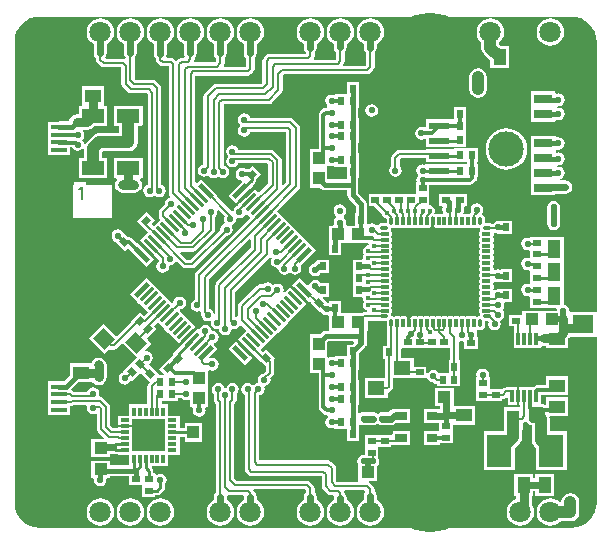
<source format=gtl>
G04 Layer_Physical_Order=1*
G04 Layer_Color=255*
%FSLAX44Y44*%
%MOMM*%
G71*
G01*
G75*
%ADD10R,1.4000X1.1000*%
%ADD11R,1.9000X1.2000*%
%ADD12R,1.4000X1.2000*%
G04:AMPARAMS|DCode=13|XSize=1.4mm|YSize=1.2mm|CornerRadius=0mm|HoleSize=0mm|Usage=FLASHONLY|Rotation=315.000|XOffset=0mm|YOffset=0mm|HoleType=Round|Shape=Rectangle|*
%AMROTATEDRECTD13*
4,1,4,-0.9192,0.0707,-0.0707,0.9192,0.9192,-0.0707,0.0707,-0.9192,-0.9192,0.0707,0.0*
%
%ADD13ROTATEDRECTD13*%

%ADD14R,0.9000X0.6900*%
%ADD15R,0.9900X0.6900*%
%ADD16R,0.3000X1.0000*%
%ADD17R,1.9000X1.7300*%
%ADD18R,0.6350X0.5000*%
%ADD19R,0.5000X0.6350*%
G04:AMPARAMS|DCode=20|XSize=0.635mm|YSize=0.5mm|CornerRadius=0mm|HoleSize=0mm|Usage=FLASHONLY|Rotation=45.000|XOffset=0mm|YOffset=0mm|HoleType=Round|Shape=Rectangle|*
%AMROTATEDRECTD20*
4,1,4,-0.0477,-0.4013,-0.4013,-0.0477,0.0477,0.4013,0.4013,0.0477,-0.0477,-0.4013,0.0*
%
%ADD20ROTATEDRECTD20*%

%ADD21R,1.1000X1.4000*%
%ADD22R,1.1000X1.0000*%
%ADD23R,1.0000X1.1000*%
G04:AMPARAMS|DCode=24|XSize=0.635mm|YSize=0.5mm|CornerRadius=0mm|HoleSize=0mm|Usage=FLASHONLY|Rotation=315.000|XOffset=0mm|YOffset=0mm|HoleType=Round|Shape=Rectangle|*
%AMROTATEDRECTD24*
4,1,4,-0.4013,0.0477,-0.0477,0.4013,0.4013,-0.0477,0.0477,-0.4013,-0.4013,0.0477,0.0*
%
%ADD24ROTATEDRECTD24*%

%ADD25R,1.9000X1.7500*%
%ADD26R,1.4000X0.4000*%
%ADD27R,1.4500X1.1500*%
%ADD28R,1.6000X0.8000*%
%ADD29R,3.0000X2.1000*%
%ADD30R,1.8000X0.6000*%
G04:AMPARAMS|DCode=31|XSize=0.6mm|YSize=1.8mm|CornerRadius=0.15mm|HoleSize=0mm|Usage=FLASHONLY|Rotation=90.000|XOffset=0mm|YOffset=0mm|HoleType=Round|Shape=RoundedRectangle|*
%AMROUNDEDRECTD31*
21,1,0.6000,1.5000,0,0,90.0*
21,1,0.3000,1.8000,0,0,90.0*
1,1,0.3000,0.7500,0.1500*
1,1,0.3000,0.7500,-0.1500*
1,1,0.3000,-0.7500,-0.1500*
1,1,0.3000,-0.7500,0.1500*
%
%ADD31ROUNDEDRECTD31*%
%ADD32R,2.6000X2.6000*%
%ADD33R,0.7500X0.3000*%
%ADD34R,0.3000X0.7500*%
%ADD35R,6.2000X6.2000*%
G04:AMPARAMS|DCode=36|XSize=0.28mm|YSize=0.69mm|CornerRadius=0.042mm|HoleSize=0mm|Usage=FLASHONLY|Rotation=90.000|XOffset=0mm|YOffset=0mm|HoleType=Round|Shape=RoundedRectangle|*
%AMROUNDEDRECTD36*
21,1,0.2800,0.6060,0,0,90.0*
21,1,0.1960,0.6900,0,0,90.0*
1,1,0.0840,0.3030,0.0980*
1,1,0.0840,0.3030,-0.0980*
1,1,0.0840,-0.3030,-0.0980*
1,1,0.0840,-0.3030,0.0980*
%
%ADD36ROUNDEDRECTD36*%
G04:AMPARAMS|DCode=37|XSize=0.28mm|YSize=0.64mm|CornerRadius=0.042mm|HoleSize=0mm|Usage=FLASHONLY|Rotation=90.000|XOffset=0mm|YOffset=0mm|HoleType=Round|Shape=RoundedRectangle|*
%AMROUNDEDRECTD37*
21,1,0.2800,0.5560,0,0,90.0*
21,1,0.1960,0.6400,0,0,90.0*
1,1,0.0840,0.2780,0.0980*
1,1,0.0840,0.2780,-0.0980*
1,1,0.0840,-0.2780,-0.0980*
1,1,0.0840,-0.2780,0.0980*
%
%ADD37ROUNDEDRECTD37*%
G04:AMPARAMS|DCode=38|XSize=0.28mm|YSize=0.69mm|CornerRadius=0.042mm|HoleSize=0mm|Usage=FLASHONLY|Rotation=0.000|XOffset=0mm|YOffset=0mm|HoleType=Round|Shape=RoundedRectangle|*
%AMROUNDEDRECTD38*
21,1,0.2800,0.6060,0,0,0.0*
21,1,0.1960,0.6900,0,0,0.0*
1,1,0.0840,0.0980,-0.3030*
1,1,0.0840,-0.0980,-0.3030*
1,1,0.0840,-0.0980,0.3030*
1,1,0.0840,0.0980,0.3030*
%
%ADD38ROUNDEDRECTD38*%
G04:AMPARAMS|DCode=39|XSize=0.28mm|YSize=0.64mm|CornerRadius=0.042mm|HoleSize=0mm|Usage=FLASHONLY|Rotation=0.000|XOffset=0mm|YOffset=0mm|HoleType=Round|Shape=RoundedRectangle|*
%AMROUNDEDRECTD39*
21,1,0.2800,0.5560,0,0,0.0*
21,1,0.1960,0.6400,0,0,0.0*
1,1,0.0840,0.0980,-0.2780*
1,1,0.0840,-0.0980,-0.2780*
1,1,0.0840,-0.0980,0.2780*
1,1,0.0840,0.0980,0.2780*
%
%ADD39ROUNDEDRECTD39*%
G04:AMPARAMS|DCode=40|XSize=1.5mm|YSize=0.28mm|CornerRadius=0mm|HoleSize=0mm|Usage=FLASHONLY|Rotation=45.000|XOffset=0mm|YOffset=0mm|HoleType=Round|Shape=Rectangle|*
%AMROTATEDRECTD40*
4,1,4,-0.4313,-0.6293,-0.6293,-0.4313,0.4313,0.6293,0.6293,0.4313,-0.4313,-0.6293,0.0*
%
%ADD40ROTATEDRECTD40*%

G04:AMPARAMS|DCode=41|XSize=1.5mm|YSize=0.4mm|CornerRadius=0mm|HoleSize=0mm|Usage=FLASHONLY|Rotation=45.000|XOffset=0mm|YOffset=0mm|HoleType=Round|Shape=Rectangle|*
%AMROTATEDRECTD41*
4,1,4,-0.3889,-0.6717,-0.6717,-0.3889,0.3889,0.6717,0.6717,0.3889,-0.3889,-0.6717,0.0*
%
%ADD41ROTATEDRECTD41*%

G04:AMPARAMS|DCode=42|XSize=1.5mm|YSize=0.28mm|CornerRadius=0mm|HoleSize=0mm|Usage=FLASHONLY|Rotation=315.000|XOffset=0mm|YOffset=0mm|HoleType=Round|Shape=Rectangle|*
%AMROTATEDRECTD42*
4,1,4,-0.6293,0.4313,-0.4313,0.6293,0.6293,-0.4313,0.4313,-0.6293,-0.6293,0.4313,0.0*
%
%ADD42ROTATEDRECTD42*%

G04:AMPARAMS|DCode=43|XSize=1.5mm|YSize=0.4mm|CornerRadius=0mm|HoleSize=0mm|Usage=FLASHONLY|Rotation=315.000|XOffset=0mm|YOffset=0mm|HoleType=Round|Shape=Rectangle|*
%AMROTATEDRECTD43*
4,1,4,-0.6717,0.3889,-0.3889,0.6717,0.6717,-0.3889,0.3889,-0.6717,-0.6717,0.3889,0.0*
%
%ADD43ROTATEDRECTD43*%

%ADD44R,2.1590X2.7430*%
%ADD45R,1.8000X1.6000*%
%ADD46R,1.1000X1.5000*%
%ADD47C,0.2000*%
%ADD48C,0.3000*%
%ADD49C,0.8000*%
%ADD50C,0.2500*%
%ADD51C,0.4000*%
%ADD52C,0.6000*%
%ADD53C,1.0000*%
%ADD54C,0.5500*%
%ADD55C,0.5000*%
%ADD56C,0.1500*%
%ADD57C,1.9000*%
%ADD58C,2.8000*%
%ADD59C,3.0000*%
%ADD60C,1.8000*%
%ADD61C,8.5000*%
%ADD62C,7.0000*%
%ADD63C,0.5500*%
%ADD64C,0.8000*%
%ADD65C,0.4000*%
G36*
X479185Y216041D02*
X483210Y214820D01*
X486919Y212838D01*
X490170Y210170D01*
X492838Y206919D01*
X494820Y203210D01*
X496041Y199185D01*
X496446Y195074D01*
X496431Y195000D01*
Y-33500D01*
X473500D01*
X473226Y-32363D01*
X472945Y-30952D01*
X471785Y-29215D01*
X470048Y-28055D01*
X468500Y-27747D01*
Y-11250D01*
X468500Y-10000D01*
X468500Y-8750D01*
Y8750D01*
X468500Y10000D01*
X468500D01*
Y10000D01*
X468500D01*
Y30000D01*
X452500D01*
X452500Y30000D01*
X451675D01*
Y30000D01*
X451250Y30000D01*
X440325D01*
Y30000D01*
X439075Y29139D01*
X438000Y29353D01*
X435952Y28945D01*
X434215Y27785D01*
X433055Y26048D01*
X432647Y24000D01*
X433055Y21952D01*
X434215Y20215D01*
X435952Y19055D01*
X438000Y18647D01*
X439075Y18861D01*
X440325Y17851D01*
Y13149D01*
X439075Y12139D01*
X438000Y12353D01*
X435952Y11945D01*
X434215Y10785D01*
X433055Y9048D01*
X432647Y7000D01*
X433055Y4952D01*
X434215Y3215D01*
X435952Y2055D01*
X438000Y1647D01*
X439075Y1861D01*
X440325Y851D01*
Y-8850D01*
X439075Y-9861D01*
X438000Y-9647D01*
X435952Y-10055D01*
X434215Y-11215D01*
X433055Y-12952D01*
X432647Y-15000D01*
X433055Y-17048D01*
X434215Y-18785D01*
X435952Y-19945D01*
X438000Y-20353D01*
X439075Y-20139D01*
X440325Y-21149D01*
Y-30000D01*
X451675D01*
Y-30000D01*
X452500D01*
Y-30000D01*
X462301D01*
X462995Y-31250D01*
X462747Y-32500D01*
X450500D01*
Y-32500D01*
X449500D01*
Y-32500D01*
X433500D01*
Y-36000D01*
X422325D01*
Y-46000D01*
X426431D01*
Y-49500D01*
X426000D01*
Y-64500D01*
X449000D01*
Y-63202D01*
X450250Y-62279D01*
X452000Y-62627D01*
X453500D01*
Y-64250D01*
X472500D01*
Y-56122D01*
X472686Y-55936D01*
X473646Y-54500D01*
X496431D01*
Y-195000D01*
X496446Y-195074D01*
X496041Y-199185D01*
X494820Y-203210D01*
X492838Y-206919D01*
X490170Y-210170D01*
X486919Y-212838D01*
X483210Y-214820D01*
X479185Y-216041D01*
X475074Y-216446D01*
X475000Y-216431D01*
X25000D01*
X24927Y-216446D01*
X20815Y-216041D01*
X16790Y-214820D01*
X13081Y-212838D01*
X9830Y-210170D01*
X7162Y-206919D01*
X5180Y-203210D01*
X3959Y-199185D01*
X3554Y-195074D01*
X3569Y-195000D01*
Y195000D01*
X3554Y195074D01*
X3959Y199185D01*
X5180Y203210D01*
X7162Y206919D01*
X9830Y210170D01*
X13081Y212838D01*
X16790Y214820D01*
X20815Y216041D01*
X24927Y216446D01*
X25000Y216431D01*
X475000D01*
X475074Y216446D01*
X479185Y216041D01*
D02*
G37*
%LPC*%
G36*
X127000Y-191601D02*
X123998Y-191996D01*
X121200Y-193155D01*
X118798Y-194998D01*
X116955Y-197400D01*
X115796Y-200198D01*
X115401Y-203200D01*
X115796Y-206202D01*
X116955Y-209000D01*
X118798Y-211402D01*
X121200Y-213245D01*
X123998Y-214404D01*
X127000Y-214799D01*
X130002Y-214404D01*
X132800Y-213245D01*
X135202Y-211402D01*
X137045Y-209000D01*
X138204Y-206202D01*
X138599Y-203200D01*
X138204Y-200198D01*
X137045Y-197400D01*
X135202Y-194998D01*
X132800Y-193155D01*
X130002Y-191996D01*
X127000Y-191601D01*
D02*
G37*
G36*
X91000Y36353D02*
X88952Y35945D01*
X87215Y34785D01*
X86055Y33048D01*
X85647Y31000D01*
X86055Y28952D01*
X87215Y27215D01*
X87981Y26703D01*
X88916Y25942D01*
X96942Y17916D01*
X99688Y20663D01*
X101385Y18966D01*
X101087Y18668D01*
X115229Y4525D01*
X121593Y10890D01*
X107451Y25032D01*
X107153Y24733D01*
X103538Y28348D01*
X102215Y29232D01*
X100654Y29543D01*
X100654Y29543D01*
X99457D01*
X95987Y33013D01*
Y33013D01*
X95319Y33986D01*
X94785Y34785D01*
X93048Y35945D01*
X91000Y36353D01*
D02*
G37*
G36*
X270000Y10675D02*
X260000D01*
Y9389D01*
X259244Y9239D01*
X257756Y8244D01*
X256582Y7071D01*
X255952Y6945D01*
X254215Y5785D01*
X253055Y4048D01*
X252647Y2000D01*
X253055Y-48D01*
X254215Y-1785D01*
X255952Y-2945D01*
X258000Y-3353D01*
X260048Y-2945D01*
X261785Y-1785D01*
X262527Y-675D01*
X270000D01*
Y10675D01*
D02*
G37*
G36*
X460000Y60353D02*
X457952Y59945D01*
X456215Y58785D01*
X455055Y57048D01*
X454647Y55000D01*
Y48000D01*
Y41000D01*
X455055Y38952D01*
X456215Y37215D01*
X457952Y36055D01*
X460000Y35647D01*
X462048Y36055D01*
X463785Y37215D01*
X464945Y38952D01*
X465353Y41000D01*
Y48000D01*
Y55000D01*
X464945Y57048D01*
X463785Y58785D01*
X462048Y59945D01*
X460000Y60353D01*
D02*
G37*
G36*
X112000Y96500D02*
X88000D01*
Y79500D01*
X89453D01*
X90022Y78250D01*
X88877Y76536D01*
X88373Y74000D01*
X88877Y71464D01*
X90314Y69314D01*
X92464Y67877D01*
X95000Y67373D01*
X105000D01*
X107536Y67877D01*
X109686Y69314D01*
X111123Y71464D01*
X111627Y74000D01*
X111123Y76536D01*
X109978Y78250D01*
X110547Y79500D01*
X112000D01*
Y96500D01*
D02*
G37*
G36*
X64380Y75998D02*
X54000D01*
Y74000D01*
X53000D01*
Y46000D01*
X86000D01*
Y74000D01*
X64380D01*
Y75998D01*
D02*
G37*
G36*
X101600Y-191601D02*
X98598Y-191996D01*
X95800Y-193155D01*
X93398Y-194998D01*
X91555Y-197400D01*
X90396Y-200198D01*
X90001Y-203200D01*
X90396Y-206202D01*
X91555Y-209000D01*
X93398Y-211402D01*
X95800Y-213245D01*
X98598Y-214404D01*
X101600Y-214799D01*
X104602Y-214404D01*
X107400Y-213245D01*
X109802Y-211402D01*
X111645Y-209000D01*
X112804Y-206202D01*
X113199Y-203200D01*
X112804Y-200198D01*
X111645Y-197400D01*
X109802Y-194998D01*
X107400Y-193155D01*
X104602Y-191996D01*
X101600Y-191601D01*
D02*
G37*
G36*
X474000Y-187353D02*
X471074Y-187935D01*
X468593Y-189593D01*
X466935Y-192074D01*
X466482Y-194352D01*
X466095Y-194584D01*
X465134Y-194793D01*
X463000Y-193155D01*
X460202Y-191996D01*
X457200Y-191601D01*
X454198Y-191996D01*
X451400Y-193155D01*
X448998Y-194998D01*
X447155Y-197400D01*
X445996Y-200198D01*
X445601Y-203200D01*
X445996Y-206202D01*
X447155Y-209000D01*
X448998Y-211402D01*
X451400Y-213245D01*
X454198Y-214404D01*
X457200Y-214799D01*
X460202Y-214404D01*
X463000Y-213245D01*
X465402Y-211402D01*
X465828Y-210847D01*
X474000D01*
X476926Y-210265D01*
X479407Y-208607D01*
X481065Y-206126D01*
X481647Y-203200D01*
Y-195000D01*
X481065Y-192074D01*
X479407Y-189593D01*
X476926Y-187935D01*
X474000Y-187353D01*
D02*
G37*
G36*
X472500Y-88250D02*
X453500D01*
Y-95922D01*
X446000D01*
X446000Y-95922D01*
X444439Y-96232D01*
X443116Y-97116D01*
X443116Y-97116D01*
X442732Y-97500D01*
X431000D01*
Y-112500D01*
X431431D01*
Y-114500D01*
X417750D01*
Y-133500D01*
X418103D01*
Y-134785D01*
X400605D01*
Y-167215D01*
X427195D01*
Y-148519D01*
X431157Y-144557D01*
X431157Y-144557D01*
X432815Y-142076D01*
X433397Y-139150D01*
X433397Y-139150D01*
Y-133500D01*
X433750D01*
Y-127419D01*
X434366Y-127297D01*
X435523Y-126523D01*
X435685Y-126362D01*
X437159Y-126655D01*
X438035Y-127965D01*
X439854Y-129181D01*
X441353Y-129479D01*
Y-141900D01*
X441353Y-141900D01*
X441935Y-144826D01*
X443593Y-147307D01*
X444805Y-148519D01*
Y-167215D01*
X471395D01*
Y-134785D01*
X456647D01*
Y-124000D01*
X456392Y-122716D01*
X457185Y-121750D01*
X472500D01*
Y-105750D01*
X453500D01*
Y-111896D01*
X452250Y-112557D01*
X451146Y-111819D01*
X449000Y-111392D01*
Y-105394D01*
X449078Y-105000D01*
Y-104078D01*
X453500D01*
Y-104250D01*
X472500D01*
Y-88250D01*
D02*
G37*
G36*
X188000Y-93647D02*
X185952Y-94055D01*
X184215Y-95215D01*
X183055Y-96952D01*
X182690Y-98784D01*
X182000Y-98647D01*
X181310Y-98784D01*
X180945Y-96952D01*
X179785Y-95215D01*
X178048Y-94055D01*
X176000Y-93647D01*
X173952Y-94055D01*
X172215Y-95215D01*
X171055Y-96952D01*
X170647Y-99000D01*
X171055Y-101048D01*
X172215Y-102785D01*
X172431Y-102930D01*
Y-108000D01*
X172703Y-109366D01*
X173477Y-110523D01*
X174231Y-111278D01*
Y-185970D01*
X173835Y-186235D01*
X172619Y-188054D01*
X172192Y-190200D01*
Y-193075D01*
X172000Y-193155D01*
X169598Y-194998D01*
X167755Y-197400D01*
X166596Y-200198D01*
X166201Y-203200D01*
X166596Y-206202D01*
X167755Y-209000D01*
X169598Y-211402D01*
X172000Y-213245D01*
X174798Y-214404D01*
X177800Y-214799D01*
X180802Y-214404D01*
X183600Y-213245D01*
X186002Y-211402D01*
X187845Y-209000D01*
X189004Y-206202D01*
X189399Y-203200D01*
X189004Y-200198D01*
X187845Y-197400D01*
X186002Y-194998D01*
X183600Y-193155D01*
X183408Y-193075D01*
Y-190200D01*
X183255Y-189432D01*
X184331Y-188436D01*
X185000Y-188569D01*
X196932D01*
X197725Y-189535D01*
X197592Y-190200D01*
Y-193075D01*
X197400Y-193155D01*
X194998Y-194998D01*
X193155Y-197400D01*
X191996Y-200198D01*
X191601Y-203200D01*
X191996Y-206202D01*
X193155Y-209000D01*
X194998Y-211402D01*
X197400Y-213245D01*
X200198Y-214404D01*
X203200Y-214799D01*
X206202Y-214404D01*
X209000Y-213245D01*
X211402Y-211402D01*
X213245Y-209000D01*
X214404Y-206202D01*
X214799Y-203200D01*
X214404Y-200198D01*
X213245Y-197400D01*
X211402Y-194998D01*
X209000Y-193155D01*
X208808Y-193075D01*
Y-190200D01*
X208381Y-188054D01*
X207165Y-186235D01*
X206301Y-185658D01*
X206297Y-185634D01*
X205752Y-184819D01*
X206243Y-183569D01*
X249522D01*
X250431Y-184478D01*
Y-185770D01*
X250035Y-186035D01*
X248819Y-187854D01*
X248392Y-190000D01*
Y-193075D01*
X248200Y-193155D01*
X245798Y-194998D01*
X243955Y-197400D01*
X242796Y-200198D01*
X242401Y-203200D01*
X242796Y-206202D01*
X243955Y-209000D01*
X245798Y-211402D01*
X248200Y-213245D01*
X250998Y-214404D01*
X254000Y-214799D01*
X257002Y-214404D01*
X259800Y-213245D01*
X262202Y-211402D01*
X264045Y-209000D01*
X265204Y-206202D01*
X265599Y-203200D01*
X265204Y-200198D01*
X264045Y-197400D01*
X262202Y-194998D01*
X259800Y-193155D01*
X259608Y-193075D01*
Y-190000D01*
X259181Y-187854D01*
X257965Y-186035D01*
X257569Y-185770D01*
Y-183000D01*
X257297Y-181634D01*
X256523Y-180477D01*
X253523Y-177477D01*
X252366Y-176703D01*
X251000Y-176431D01*
X191478D01*
X189569Y-174522D01*
Y-111478D01*
X190523Y-110523D01*
X191297Y-109366D01*
X191569Y-108000D01*
Y-102930D01*
X191785Y-102785D01*
X192945Y-101048D01*
X193353Y-99000D01*
X192945Y-96952D01*
X191785Y-95215D01*
X190048Y-94055D01*
X188000Y-93647D01*
D02*
G37*
G36*
X400000Y-81647D02*
X397952Y-82055D01*
X396215Y-83215D01*
X395055Y-84952D01*
X394647Y-87000D01*
X394905Y-88294D01*
X394325Y-89000D01*
X394325D01*
Y-99000D01*
Y-109000D01*
X416675D01*
Y-107569D01*
X417000D01*
X418366Y-107297D01*
X419523Y-106523D01*
X419845Y-106202D01*
X421000Y-106680D01*
Y-112500D01*
X429000D01*
Y-97500D01*
X423345D01*
X423000Y-97431D01*
X420000D01*
X418634Y-97703D01*
X417658Y-98355D01*
X416675Y-99000D01*
X405675D01*
Y-89000D01*
X405675D01*
X405095Y-88294D01*
X405353Y-87000D01*
X404945Y-84952D01*
X403785Y-83215D01*
X402048Y-82055D01*
X400000Y-81647D01*
D02*
G37*
G36*
X190889Y-58407D02*
X184526Y-64771D01*
X198668Y-78913D01*
X205032Y-72549D01*
X190889Y-58407D01*
D02*
G37*
G36*
X115229Y-4525D02*
X101087Y-18668D01*
X107451Y-25032D01*
X109007Y-26587D01*
X116312Y-33893D01*
X113115Y-37090D01*
X110013Y-33987D01*
X101987Y-42013D01*
X102464Y-42490D01*
X89977Y-54977D01*
X78504Y-43504D01*
X66483Y-55525D01*
X79918Y-68960D01*
X83594Y-65284D01*
X83614Y-65297D01*
X84979Y-65569D01*
X88000D01*
X89366Y-65297D01*
X90523Y-64523D01*
X95023Y-60023D01*
X107330Y-72330D01*
X102330Y-77330D01*
X95259Y-84401D01*
Y-84401D01*
X94468Y-85378D01*
X93215Y-86215D01*
X92055Y-87952D01*
X91647Y-90000D01*
X92055Y-92048D01*
X93215Y-93785D01*
X94952Y-94945D01*
X97000Y-95353D01*
X99048Y-94945D01*
X100785Y-93785D01*
X101622Y-92532D01*
X103087Y-92229D01*
X103285Y-92427D01*
X110356Y-85356D01*
X117977Y-92977D01*
X116977Y-93977D01*
X116203Y-95134D01*
X115931Y-96500D01*
Y-111750D01*
X100500D01*
Y-121500D01*
X90750D01*
Y-129500D01*
X103250D01*
Y-124250D01*
X130750D01*
Y-129500D01*
Y-139500D01*
Y-151750D01*
X103250D01*
Y-144500D01*
Y-131500D01*
X90750D01*
Y-131931D01*
X86978D01*
X84569Y-129522D01*
Y-114000D01*
X84297Y-112634D01*
X83523Y-111477D01*
X78523Y-106477D01*
X77366Y-105703D01*
X76045Y-105440D01*
X75993Y-105422D01*
X75118Y-104181D01*
X75353Y-103000D01*
X74945Y-100952D01*
X73785Y-99215D01*
X72048Y-98055D01*
X70000Y-97647D01*
X67952Y-98055D01*
X66215Y-99215D01*
X65055Y-100952D01*
X64959Y-101431D01*
X53478D01*
X53023Y-100977D01*
X52135Y-100383D01*
X51748Y-99002D01*
X57750Y-93000D01*
X69500D01*
X70230Y-93600D01*
X70314Y-93686D01*
X70314Y-93686D01*
X72464Y-95123D01*
X75000Y-95627D01*
X77536Y-95123D01*
X79686Y-93686D01*
X81123Y-91536D01*
X81627Y-89000D01*
Y-79000D01*
X81123Y-76464D01*
X79686Y-74314D01*
X77536Y-72877D01*
X75000Y-72373D01*
X72464Y-72877D01*
X70314Y-74314D01*
X68877Y-76464D01*
X68770Y-77000D01*
X50500D01*
Y-87273D01*
X45361Y-92412D01*
X41000D01*
X40557Y-92500D01*
X31500D01*
Y-101500D01*
Y-108000D01*
Y-114500D01*
Y-121000D01*
X50500D01*
Y-113569D01*
X51000D01*
X52366Y-113297D01*
X53456Y-112569D01*
X63922D01*
X64882Y-113819D01*
X64647Y-115000D01*
X65055Y-117048D01*
X66215Y-118785D01*
X67952Y-119945D01*
X70000Y-120353D01*
X72048Y-119945D01*
X72329Y-119758D01*
X73431Y-120347D01*
Y-132657D01*
X73703Y-134023D01*
X74477Y-135180D01*
X79642Y-140345D01*
X79163Y-141500D01*
X68500D01*
Y-156500D01*
X84500D01*
Y-153608D01*
X87000D01*
X87309Y-153546D01*
X88037Y-154032D01*
X89500Y-154323D01*
X90750D01*
Y-154500D01*
X100500D01*
Y-163412D01*
X84500D01*
Y-159500D01*
X68500D01*
Y-174500D01*
X69960D01*
X70753Y-175466D01*
X70647Y-176000D01*
X71055Y-178048D01*
X72215Y-179785D01*
X73952Y-180945D01*
X76000Y-181353D01*
X78048Y-180945D01*
X79785Y-179785D01*
X80945Y-178048D01*
X81353Y-176000D01*
X81247Y-175466D01*
X82040Y-174500D01*
X84500D01*
Y-172588D01*
X100325D01*
Y-180000D01*
X111325D01*
Y-190000D01*
X122675D01*
Y-188823D01*
X124000D01*
X125463Y-188532D01*
X126704Y-187704D01*
X129704Y-184704D01*
X130532Y-183463D01*
X130823Y-182000D01*
Y-179727D01*
X131945Y-178048D01*
X132353Y-176000D01*
X131945Y-173952D01*
X130785Y-172215D01*
X129048Y-171055D01*
X127000Y-170647D01*
X124952Y-171055D01*
X123925Y-171741D01*
X122675Y-171072D01*
Y-170000D01*
X120823D01*
Y-168000D01*
X120532Y-166537D01*
X119840Y-165500D01*
X120216Y-164250D01*
X133500D01*
Y-154500D01*
X143250D01*
Y-149500D01*
Y-139323D01*
X147500D01*
Y-143500D01*
X162500D01*
Y-127500D01*
X147500D01*
Y-131677D01*
X143250D01*
Y-121500D01*
X133500D01*
Y-111750D01*
X128069D01*
Y-108675D01*
X142000D01*
Y-106569D01*
X145070D01*
X145215Y-106785D01*
X146952Y-107945D01*
X149000Y-108353D01*
X151048Y-107945D01*
X151398Y-107712D01*
X152500Y-108301D01*
Y-114500D01*
X153967D01*
X154896Y-115750D01*
X154647Y-117000D01*
X155055Y-119048D01*
X156215Y-120785D01*
X157952Y-121945D01*
X160000Y-122353D01*
X162048Y-121945D01*
X163785Y-120785D01*
X164945Y-119048D01*
X165353Y-117000D01*
X165104Y-115750D01*
X166033Y-114500D01*
X167500D01*
Y-98500D01*
X167500D01*
Y-97500D01*
X167500D01*
Y-83301D01*
X168602Y-82712D01*
X168952Y-82945D01*
X171000Y-83353D01*
X173048Y-82945D01*
X174785Y-81785D01*
X175945Y-80048D01*
X176353Y-78000D01*
X175945Y-75952D01*
X174785Y-74215D01*
X173048Y-73055D01*
X171000Y-72647D01*
X168952Y-73055D01*
X168176Y-72069D01*
X175474Y-64771D01*
X172110Y-61406D01*
X172521Y-60050D01*
X173048Y-59945D01*
X174785Y-58785D01*
X175945Y-57048D01*
X176353Y-55000D01*
X175945Y-52952D01*
X174785Y-51215D01*
X173048Y-50055D01*
X171000Y-49647D01*
X170310Y-49784D01*
X169945Y-47952D01*
X168785Y-46215D01*
X167048Y-45055D01*
X165000Y-44647D01*
X162952Y-45055D01*
X161215Y-46215D01*
X160202Y-47731D01*
X158840Y-48137D01*
X158504Y-47800D01*
X144362Y-61943D01*
X144416Y-61997D01*
X138832Y-67581D01*
X138003Y-68821D01*
X137712Y-70284D01*
Y-70288D01*
X134013Y-73987D01*
X125987Y-82013D01*
X130145Y-86170D01*
X129666Y-87325D01*
X125858D01*
X125427Y-86285D01*
Y-86285D01*
X117648Y-78506D01*
X117586Y-78210D01*
X117619Y-77664D01*
X117875Y-76965D01*
X119128Y-76128D01*
X120288Y-74392D01*
X120696Y-72343D01*
X120288Y-70295D01*
X119128Y-68558D01*
X117392Y-67398D01*
X115343Y-66990D01*
X114626Y-67133D01*
X114010Y-65981D01*
X119516Y-60475D01*
X116212Y-57170D01*
X115987Y-56013D01*
X124013Y-47987D01*
X121697Y-45672D01*
X124894Y-42475D01*
X130220Y-47800D01*
X133755Y-51336D01*
X142806Y-60387D01*
X156948Y-46245D01*
X151433Y-40729D01*
X149877Y-39174D01*
X143260Y-32557D01*
X143291Y-32282D01*
X143753Y-31281D01*
X145442Y-30945D01*
X147178Y-29785D01*
X148339Y-28048D01*
X148746Y-26000D01*
X148339Y-23952D01*
X147178Y-22215D01*
X145442Y-21055D01*
X143393Y-20647D01*
X141345Y-21055D01*
X139608Y-22215D01*
X138448Y-23952D01*
X138112Y-25641D01*
X137112Y-26103D01*
X136837Y-26133D01*
X133755Y-23052D01*
X126684Y-15981D01*
X125128Y-14425D01*
X119613Y-8910D01*
X115229Y-4525D01*
D02*
G37*
G36*
X460250Y-170500D02*
X444250D01*
Y-174392D01*
X442750D01*
Y-170500D01*
X426750D01*
Y-189500D01*
X428123D01*
Y-192276D01*
X426000Y-193155D01*
X423598Y-194998D01*
X421755Y-197400D01*
X420596Y-200198D01*
X420201Y-203200D01*
X420596Y-206202D01*
X421755Y-209000D01*
X423598Y-211402D01*
X426000Y-213245D01*
X428798Y-214404D01*
X431800Y-214799D01*
X434802Y-214404D01*
X437600Y-213245D01*
X440002Y-211402D01*
X441845Y-209000D01*
X443004Y-206202D01*
X443399Y-203200D01*
X443004Y-200198D01*
X441845Y-197400D01*
X441377Y-196791D01*
Y-189500D01*
X442750D01*
Y-185608D01*
X444250D01*
Y-189500D01*
X460250D01*
Y-170500D01*
D02*
G37*
G36*
X375500Y-98500D02*
X359500D01*
Y-113500D01*
X363392D01*
Y-115550D01*
X349950D01*
Y-127450D01*
X363325D01*
Y-134550D01*
X349950D01*
Y-146450D01*
X363950D01*
Y-145000D01*
X374675D01*
Y-135000D01*
Y-129250D01*
X393500D01*
Y-113250D01*
X375500D01*
Y-98500D01*
D02*
G37*
G36*
X406400Y214799D02*
X403398Y214404D01*
X400600Y213245D01*
X398198Y211402D01*
X396355Y209000D01*
X395196Y206202D01*
X394801Y203200D01*
X395196Y200198D01*
X396355Y197400D01*
X398198Y194998D01*
X398753Y194572D01*
Y189850D01*
X398753Y189850D01*
X399335Y186924D01*
X400993Y184443D01*
X406250Y179186D01*
Y172500D01*
X422250D01*
Y191500D01*
X415564D01*
X414047Y193018D01*
Y194572D01*
X414602Y194998D01*
X416445Y197400D01*
X417604Y200198D01*
X417999Y203200D01*
X417604Y206202D01*
X416445Y209000D01*
X414602Y211402D01*
X412200Y213245D01*
X409402Y214404D01*
X406400Y214799D01*
D02*
G37*
G36*
X295000Y160675D02*
X285000D01*
Y150675D01*
X275000D01*
Y150675D01*
X273750Y150005D01*
X272000Y150353D01*
X269952Y149945D01*
X268215Y148785D01*
X267055Y147048D01*
X266647Y145000D01*
X267055Y142952D01*
X268215Y141215D01*
X268238Y141200D01*
X268353Y139685D01*
X267729Y139078D01*
X267000D01*
X265439Y138768D01*
X264116Y137884D01*
X264116Y137884D01*
X262116Y135884D01*
X261232Y134561D01*
X260922Y133000D01*
X260922Y133000D01*
Y104500D01*
X253500D01*
Y88500D01*
X253500D01*
Y87500D01*
X253500D01*
Y71500D01*
X262511D01*
X263256Y70756D01*
X264744Y69761D01*
X266500Y69412D01*
X285412D01*
Y65000D01*
X285761Y63244D01*
X286756Y61756D01*
X292412Y56100D01*
Y49675D01*
X292000D01*
Y39500D01*
X286750D01*
X286500Y39500D01*
X285500D01*
X285033Y39500D01*
X284104Y40750D01*
X284353Y42000D01*
X283945Y44048D01*
X282785Y45785D01*
X282092Y46248D01*
Y47752D01*
X282785Y48215D01*
X283945Y49952D01*
X284353Y52000D01*
X283945Y54048D01*
X282785Y55785D01*
X281048Y56945D01*
X279000Y57353D01*
X276952Y56945D01*
X275215Y55785D01*
X274055Y54048D01*
X273647Y52000D01*
X274055Y49952D01*
X275215Y48215D01*
X275908Y47752D01*
Y46248D01*
X275215Y45785D01*
X274055Y44048D01*
X273647Y42000D01*
X273896Y40750D01*
X272967Y39500D01*
X269500D01*
Y24500D01*
X270000D01*
Y14325D01*
X280000D01*
Y24500D01*
X285250D01*
X285500Y24500D01*
X286500D01*
X286750Y24500D01*
X302500D01*
Y24500D01*
X303072Y24445D01*
X303855Y23223D01*
X303709Y22487D01*
X303200Y22588D01*
X301444Y22239D01*
X299956Y21244D01*
X298961Y19756D01*
X298612Y18000D01*
X298961Y16244D01*
X299792Y15000D01*
X298961Y13756D01*
X298612Y12000D01*
X298683Y11641D01*
X297890Y10675D01*
X290000D01*
Y-675D01*
Y-10675D01*
Y-20675D01*
X297690D01*
X298483Y-21641D01*
X298412Y-22000D01*
X298761Y-23756D01*
X299592Y-25000D01*
X298761Y-26244D01*
X298412Y-28000D01*
X298761Y-29756D01*
X299756Y-31244D01*
X301244Y-32239D01*
X302146Y-32418D01*
X302240Y-32681D01*
X301360Y-33931D01*
X299000D01*
X297634Y-34203D01*
X297190Y-34500D01*
X286500D01*
Y-34500D01*
X285500D01*
Y-34500D01*
X280000D01*
Y-24325D01*
X270000D01*
Y-25060D01*
X269034Y-25853D01*
X268000Y-25647D01*
X267824Y-25682D01*
X263972Y-21830D01*
X264450Y-20675D01*
X270000D01*
Y-9325D01*
X262527D01*
X261785Y-8215D01*
X260048Y-7055D01*
X258000Y-6647D01*
X255952Y-7055D01*
X254215Y-8215D01*
X253055Y-9952D01*
X252874Y-10861D01*
X251518Y-11272D01*
X244771Y-4525D01*
X238407Y-10890D01*
X252549Y-25032D01*
X253208Y-24373D01*
X254405Y-25570D01*
X253987Y-25987D01*
X262013Y-34013D01*
X262032Y-33994D01*
X263187Y-33884D01*
X263956Y-34398D01*
X264215Y-34785D01*
X265952Y-35945D01*
X268000Y-36353D01*
X268534Y-36247D01*
X269500Y-37040D01*
Y-49412D01*
X267500D01*
X265744Y-49761D01*
X264256Y-50756D01*
X262511Y-52500D01*
X253500D01*
Y-68500D01*
X253500D01*
Y-69500D01*
X253500D01*
Y-85500D01*
X260922D01*
Y-87000D01*
Y-114000D01*
X260922Y-114000D01*
X261232Y-115561D01*
X262116Y-116884D01*
X265116Y-119884D01*
X265116Y-119884D01*
X266439Y-120768D01*
X268000Y-121078D01*
X268638Y-121628D01*
X268583Y-122969D01*
X268215Y-123215D01*
X267055Y-124952D01*
X266647Y-127000D01*
X267055Y-129048D01*
X268215Y-130785D01*
X269952Y-131945D01*
X272000Y-132353D01*
X273750Y-132005D01*
X275000Y-132675D01*
Y-132675D01*
X285000D01*
Y-142675D01*
X295000D01*
Y-129445D01*
X296250Y-128777D01*
X296854Y-129181D01*
X299000Y-129608D01*
X307000D01*
X309146Y-129181D01*
X309974Y-128628D01*
X311000Y-127987D01*
X312026Y-128628D01*
X312854Y-129181D01*
X315000Y-129608D01*
X322000D01*
X324146Y-129181D01*
X325965Y-127965D01*
X326481Y-127450D01*
X338500D01*
Y-115550D01*
X323600D01*
Y-116071D01*
X322354Y-116319D01*
X320535Y-117535D01*
X319677Y-118392D01*
X315000D01*
X312854Y-118819D01*
X312026Y-119372D01*
X311000Y-120013D01*
X309974Y-119372D01*
X309146Y-118819D01*
X307000Y-118392D01*
X299000D01*
X296854Y-118819D01*
X295838Y-119498D01*
X294588Y-118830D01*
Y-112675D01*
X295000D01*
Y-102675D01*
Y-91325D01*
X294588D01*
Y-82675D01*
X295000D01*
Y-72675D01*
Y-68489D01*
X300244Y-63244D01*
X300625Y-62675D01*
X302000D01*
Y-51325D01*
X301588D01*
Y-49500D01*
X302500D01*
Y-41069D01*
X312538D01*
X312781Y-41231D01*
X313920Y-41457D01*
X318543D01*
Y-46080D01*
X318769Y-47219D01*
X318931Y-47462D01*
Y-62277D01*
X315431D01*
Y-73627D01*
X316863D01*
Y-89952D01*
X300431D01*
Y-106952D01*
X319431D01*
Y-101921D01*
X320297Y-101749D01*
X321455Y-100975D01*
X322955Y-99475D01*
X323728Y-98317D01*
X324000Y-96952D01*
Y-89951D01*
X340756D01*
Y-89952D01*
X352106D01*
X352106Y-89952D01*
X353216Y-90290D01*
X354215Y-91785D01*
X355952Y-92945D01*
X358000Y-93353D01*
X358255Y-93302D01*
X358477Y-93523D01*
X359634Y-94297D01*
X361000Y-94569D01*
Y-96675D01*
X381000D01*
Y-85675D01*
Y-74325D01*
X379569D01*
Y-59078D01*
X380819Y-58118D01*
X382000Y-58353D01*
X383075Y-58139D01*
X384325Y-59149D01*
Y-65000D01*
X395675D01*
Y-55000D01*
X395675D01*
X395095Y-54294D01*
X395353Y-53000D01*
X394945Y-50952D01*
X394772Y-50692D01*
X395159Y-49285D01*
X395823Y-48918D01*
X396520Y-49057D01*
X398480D01*
X399619Y-48831D01*
X400585Y-48185D01*
X401231Y-47219D01*
X401457Y-46080D01*
Y-41457D01*
X404010D01*
X404963Y-42410D01*
X404647Y-44000D01*
X405055Y-46048D01*
X406215Y-47785D01*
X407952Y-48945D01*
X410000Y-49353D01*
X412048Y-48945D01*
X413785Y-47785D01*
X414945Y-46048D01*
X415353Y-44000D01*
X414945Y-41952D01*
X415552Y-40609D01*
X416785Y-39785D01*
X417945Y-38048D01*
X418353Y-36000D01*
X417945Y-33952D01*
X416785Y-32215D01*
Y-31785D01*
X417945Y-30048D01*
X418353Y-28000D01*
X418069Y-26572D01*
X418914Y-25322D01*
X425000D01*
Y-13972D01*
X415000D01*
Y-13972D01*
X414294Y-14552D01*
X413000Y-14294D01*
X410952Y-14702D01*
X410129Y-15251D01*
X409805Y-15285D01*
X408928Y-14380D01*
X409107Y-13480D01*
Y-11520D01*
X408881Y-10381D01*
X408626Y-10000D01*
X408881Y-9619D01*
X409107Y-8480D01*
Y-8216D01*
X410357Y-7548D01*
X410952Y-7945D01*
X413000Y-8353D01*
X414294Y-8095D01*
X415000Y-8675D01*
Y-8675D01*
X425000D01*
Y2675D01*
X415000D01*
Y2675D01*
X414294Y2095D01*
X413000Y2353D01*
X410952Y1945D01*
X410357Y1548D01*
X409107Y2216D01*
Y3480D01*
X408881Y4619D01*
X408626Y5000D01*
X408881Y5381D01*
X409107Y6520D01*
Y8480D01*
X408881Y9619D01*
X408626Y10000D01*
X408881Y10381D01*
X409107Y11520D01*
Y13480D01*
X408881Y14619D01*
X408626Y15000D01*
X408881Y15381D01*
X409107Y16520D01*
Y18480D01*
X408881Y19619D01*
X408626Y20000D01*
X408881Y20381D01*
X409107Y21520D01*
Y23480D01*
X408881Y24619D01*
X408626Y25000D01*
X408881Y25381D01*
X409107Y26520D01*
Y28480D01*
X408881Y29619D01*
X408626Y30000D01*
X408881Y30381D01*
X409107Y31520D01*
Y32784D01*
X410357Y33452D01*
X410952Y33055D01*
X413000Y32647D01*
X414294Y32905D01*
X415000Y32325D01*
Y32325D01*
X425000D01*
Y43675D01*
X415000D01*
Y43675D01*
X414294Y43095D01*
X413000Y43353D01*
X410952Y42945D01*
X409215Y41785D01*
X408736Y41069D01*
X407462D01*
X407219Y41231D01*
X406080Y41457D01*
X401457D01*
Y46080D01*
X401231Y47219D01*
X400585Y48185D01*
X399619Y48831D01*
X399408Y50147D01*
X399945Y50952D01*
X400353Y53000D01*
X399945Y55048D01*
X398785Y56785D01*
X397048Y57945D01*
X395000Y58353D01*
X392952Y57945D01*
X391215Y56785D01*
X390055Y55048D01*
X389647Y53000D01*
X390055Y50952D01*
X390195Y50742D01*
X389977Y50523D01*
X389203Y49366D01*
X389126Y48979D01*
X388480Y49107D01*
X386520D01*
X385381Y48881D01*
X385295Y48823D01*
X384011Y49226D01*
X383529Y50234D01*
X383533Y50335D01*
X383945Y50952D01*
X384353Y53000D01*
X384005Y54750D01*
X384520Y55679D01*
X384813Y56000D01*
X386675D01*
Y66000D01*
X375325D01*
Y66000D01*
X374675D01*
Y66000D01*
X363325D01*
Y56000D01*
X365187D01*
X365480Y55679D01*
X365995Y54750D01*
X365647Y53000D01*
X366055Y50952D01*
X366467Y50335D01*
X366471Y50234D01*
X365988Y49226D01*
X364705Y48823D01*
X364619Y48881D01*
X363480Y49107D01*
X361520D01*
X360381Y48881D01*
X359115Y49538D01*
X359032Y49934D01*
X359239Y50244D01*
X359588Y52000D01*
X359239Y53756D01*
X358244Y55244D01*
X356756Y56239D01*
X355000Y56588D01*
X354675Y56855D01*
Y66000D01*
Y73922D01*
X389000D01*
X389000Y73922D01*
X390561Y74232D01*
X391884Y75116D01*
X393884Y77116D01*
X393884Y77116D01*
X394768Y78439D01*
X395078Y80000D01*
Y80356D01*
X396000D01*
Y91706D01*
X395109D01*
Y93356D01*
X396000D01*
Y104705D01*
X376000D01*
Y102473D01*
X374500D01*
Y104150D01*
X351500D01*
Y103569D01*
X329000D01*
X327634Y103297D01*
X326477Y102523D01*
X323477Y99523D01*
X322703Y98366D01*
X322431Y97000D01*
Y89930D01*
X322215Y89785D01*
X321055Y88048D01*
X320647Y86000D01*
X321055Y83952D01*
X322215Y82215D01*
X323952Y81055D01*
X326000Y80647D01*
X328048Y81055D01*
X329785Y82215D01*
X330945Y83952D01*
X331353Y86000D01*
X330945Y88048D01*
X329785Y89785D01*
X329569Y89930D01*
Y95522D01*
X330478Y96431D01*
X351500D01*
Y93150D01*
X374500D01*
Y94827D01*
X376000D01*
Y93356D01*
X386952D01*
Y91706D01*
X376000D01*
Y89773D01*
X374500D01*
Y91450D01*
X351500D01*
Y91450D01*
X350250Y91104D01*
X349000Y91353D01*
X346952Y90945D01*
X345215Y89785D01*
X344055Y88048D01*
X343647Y86000D01*
X344055Y83952D01*
X345215Y82215D01*
Y81785D01*
X344055Y80048D01*
X343647Y78000D01*
X343904Y76706D01*
X343325Y76000D01*
X343325D01*
Y66000D01*
X303325D01*
Y56000D01*
X307953D01*
X314526Y49428D01*
X314761Y48244D01*
X315756Y46756D01*
X317244Y45761D01*
X318428Y45526D01*
X318543Y45410D01*
Y41457D01*
X313920D01*
X312781Y41231D01*
X311815Y40585D01*
X311284Y39791D01*
X310488Y39620D01*
X309895Y39620D01*
X309785Y39785D01*
X308048Y40945D01*
X306000Y41353D01*
X303952Y40945D01*
X303250Y40477D01*
X302000Y41145D01*
Y49675D01*
X301588D01*
Y58000D01*
X301239Y59756D01*
X300244Y61244D01*
X294588Y66901D01*
Y79325D01*
X295000D01*
Y89325D01*
Y100675D01*
X294588D01*
Y109325D01*
X295000D01*
Y119325D01*
Y130675D01*
X294588D01*
Y139325D01*
X295000D01*
Y149325D01*
Y160675D01*
D02*
G37*
G36*
X396000Y172647D02*
X393074Y172065D01*
X390593Y170407D01*
X388935Y167926D01*
X388353Y165000D01*
Y155000D01*
X388935Y152074D01*
X390593Y149593D01*
X393074Y147935D01*
X396000Y147353D01*
X398926Y147935D01*
X401407Y149593D01*
X403065Y152074D01*
X403647Y155000D01*
Y165000D01*
X403065Y167926D01*
X401407Y170407D01*
X398926Y172065D01*
X396000Y172647D01*
D02*
G37*
G36*
X203200Y214799D02*
X200198Y214404D01*
X197400Y213245D01*
X194998Y211402D01*
X193155Y209000D01*
X191996Y206202D01*
X191601Y203200D01*
X191996Y200198D01*
X193155Y197400D01*
X194998Y194998D01*
X197400Y193155D01*
X197592Y193075D01*
Y185200D01*
X198019Y183054D01*
X199235Y181235D01*
X199631Y180970D01*
Y173678D01*
X199522Y173569D01*
X181342D01*
X180686Y174819D01*
X181097Y175434D01*
X181369Y176800D01*
Y180970D01*
X181765Y181235D01*
X182981Y183054D01*
X183408Y185200D01*
Y193075D01*
X183600Y193155D01*
X186002Y194998D01*
X187845Y197400D01*
X189004Y200198D01*
X189399Y203200D01*
X189004Y206202D01*
X187845Y209000D01*
X186002Y211402D01*
X183600Y213245D01*
X180802Y214404D01*
X177800Y214799D01*
X174798Y214404D01*
X172000Y213245D01*
X169598Y211402D01*
X167755Y209000D01*
X166596Y206202D01*
X166201Y203200D01*
X166596Y200198D01*
X167755Y197400D01*
X169598Y194998D01*
X172000Y193155D01*
X172192Y193075D01*
Y185200D01*
X172619Y183054D01*
X173835Y181235D01*
X174231Y180970D01*
Y178278D01*
X173522Y177569D01*
X156221D01*
X155553Y178819D01*
X155697Y179034D01*
X155969Y180400D01*
Y181170D01*
X156365Y181435D01*
X157581Y183254D01*
X158008Y185400D01*
Y193075D01*
X158200Y193155D01*
X160602Y194998D01*
X162445Y197400D01*
X163604Y200198D01*
X163999Y203200D01*
X163604Y206202D01*
X162445Y209000D01*
X160602Y211402D01*
X158200Y213245D01*
X155402Y214404D01*
X152400Y214799D01*
X149398Y214404D01*
X146600Y213245D01*
X144198Y211402D01*
X142355Y209000D01*
X141196Y206202D01*
X140801Y203200D01*
X141196Y200198D01*
X142355Y197400D01*
X144198Y194998D01*
X146600Y193155D01*
X146792Y193075D01*
Y185400D01*
X147219Y183254D01*
X147609Y182671D01*
X147020Y181569D01*
X145000D01*
X143634Y181297D01*
X142477Y180523D01*
X140500Y178547D01*
X138523Y180523D01*
X137366Y181297D01*
X136000Y181569D01*
X132648D01*
X132059Y182671D01*
X132181Y182854D01*
X132608Y185000D01*
Y193075D01*
X132800Y193155D01*
X135202Y194998D01*
X137045Y197400D01*
X138204Y200198D01*
X138599Y203200D01*
X138204Y206202D01*
X137045Y209000D01*
X135202Y211402D01*
X132800Y213245D01*
X130002Y214404D01*
X127000Y214799D01*
X123998Y214404D01*
X121200Y213245D01*
X118798Y211402D01*
X116955Y209000D01*
X115796Y206202D01*
X115401Y203200D01*
X115796Y200198D01*
X116955Y197400D01*
X118798Y194998D01*
X121200Y193155D01*
X121392Y193075D01*
Y185000D01*
X121819Y182854D01*
X123035Y181035D01*
X123431Y180770D01*
Y180000D01*
X123703Y178634D01*
X124477Y177477D01*
X126477Y175477D01*
X127634Y174703D01*
X129000Y174431D01*
X134431D01*
Y66749D01*
X134703Y65383D01*
X135301Y64488D01*
X135100Y63592D01*
X134817Y63117D01*
X133952Y62945D01*
X132215Y61785D01*
X131055Y60048D01*
X130647Y58000D01*
X130698Y57745D01*
X126477Y53523D01*
X125703Y52366D01*
X125431Y51000D01*
Y47464D01*
X125703Y46099D01*
X126477Y44941D01*
X126918Y44499D01*
X121233Y38814D01*
X119094Y40952D01*
X122084Y43942D01*
X115013Y51013D01*
X106987Y42987D01*
X110970Y39005D01*
X111012Y38941D01*
X116186Y33767D01*
X109007Y26587D01*
X123149Y12445D01*
X123383Y12680D01*
X125431Y10631D01*
Y8930D01*
X125215Y8785D01*
X124055Y7048D01*
X123647Y5000D01*
X124055Y2952D01*
X125215Y1215D01*
X126952Y55D01*
X129000Y-353D01*
X131048Y55D01*
X132785Y1215D01*
X133945Y2952D01*
X134353Y5000D01*
X135000Y5647D01*
X137048Y6055D01*
X138785Y7215D01*
X139761Y8676D01*
X141144Y9060D01*
X145728Y4477D01*
X146886Y3703D01*
X148251Y3431D01*
X154000D01*
X155366Y3703D01*
X156523Y4477D01*
X182745Y30698D01*
X183000Y30647D01*
X185048Y31055D01*
X186785Y32215D01*
X187945Y33952D01*
X188353Y36000D01*
X187945Y38048D01*
X187526Y38676D01*
X188048Y40055D01*
X189785Y41215D01*
X190945Y42952D01*
X191353Y45000D01*
X191338Y45076D01*
X192437Y45958D01*
X194000Y45647D01*
X196048Y46055D01*
X197785Y47215D01*
X198798Y48731D01*
X199758Y49017D01*
X200241Y49056D01*
X203286Y46010D01*
X157477Y201D01*
X156703Y-957D01*
X156431Y-2322D01*
Y-22959D01*
X155952Y-23055D01*
X154215Y-24215D01*
X153055Y-25952D01*
X152647Y-28000D01*
X153055Y-30048D01*
X154215Y-31785D01*
X155952Y-32945D01*
X158000Y-33353D01*
X160048Y-32945D01*
X160329Y-32758D01*
X161431Y-33347D01*
Y-34000D01*
X161703Y-35366D01*
X161757Y-35447D01*
X161647Y-36000D01*
X162055Y-38048D01*
X163215Y-39785D01*
X164952Y-40945D01*
X167000Y-41353D01*
X168770Y-41001D01*
X169556Y-41540D01*
X169865Y-41903D01*
X169647Y-43000D01*
X170055Y-45048D01*
X171215Y-46785D01*
X172952Y-47945D01*
X175000Y-48353D01*
X176652Y-48024D01*
X177055Y-50048D01*
X178215Y-51785D01*
X179952Y-52945D01*
X182000Y-53353D01*
X184048Y-52945D01*
X185785Y-51785D01*
X186945Y-50048D01*
X187348Y-48024D01*
X189000Y-48353D01*
X191048Y-47945D01*
X192785Y-46785D01*
X193761Y-45324D01*
X195144Y-44940D01*
X199750Y-49546D01*
X192445Y-56851D01*
X206587Y-70993D01*
X206822Y-70759D01*
X211050Y-74988D01*
X212208Y-75761D01*
X212899Y-75899D01*
X216431Y-79431D01*
Y-83522D01*
X214134Y-85820D01*
X212952Y-86055D01*
X211215Y-87215D01*
X210055Y-88952D01*
X209647Y-91000D01*
X209942Y-92481D01*
X209973Y-93113D01*
X209074Y-93831D01*
X207952Y-94055D01*
X206266Y-95181D01*
X205935Y-95350D01*
X205065D01*
X204734Y-95181D01*
X203048Y-94055D01*
X201000Y-93647D01*
X198952Y-94055D01*
X197215Y-95215D01*
X196055Y-96952D01*
X195647Y-99000D01*
X196055Y-101048D01*
X197215Y-102785D01*
X198431Y-103598D01*
Y-167000D01*
X198703Y-168366D01*
X199477Y-169523D01*
X201477Y-171523D01*
X202634Y-172297D01*
X204000Y-172569D01*
X263431D01*
Y-181000D01*
X263703Y-182366D01*
X264477Y-183523D01*
X268477Y-187523D01*
X269634Y-188297D01*
X271000Y-188569D01*
X273422D01*
X274147Y-189819D01*
X273792Y-191601D01*
Y-193075D01*
X273600Y-193155D01*
X271198Y-194998D01*
X269355Y-197400D01*
X268196Y-200198D01*
X267801Y-203200D01*
X268196Y-206202D01*
X269355Y-209000D01*
X271198Y-211402D01*
X273600Y-213245D01*
X276398Y-214404D01*
X279400Y-214799D01*
X282402Y-214404D01*
X285200Y-213245D01*
X287602Y-211402D01*
X289445Y-209000D01*
X290604Y-206202D01*
X290999Y-203200D01*
X290604Y-200198D01*
X289445Y-197400D01*
X287602Y-194998D01*
X285200Y-193155D01*
X285008Y-193075D01*
Y-191601D01*
X284581Y-189455D01*
X283365Y-187635D01*
X282962Y-187366D01*
X282697Y-186034D01*
X282553Y-185819D01*
X283221Y-184569D01*
X299776D01*
X300445Y-185819D01*
X299619Y-187054D01*
X299192Y-189200D01*
Y-193075D01*
X299000Y-193155D01*
X296598Y-194998D01*
X294755Y-197400D01*
X293596Y-200198D01*
X293201Y-203200D01*
X293596Y-206202D01*
X294755Y-209000D01*
X296598Y-211402D01*
X299000Y-213245D01*
X301798Y-214404D01*
X304800Y-214799D01*
X307802Y-214404D01*
X310600Y-213245D01*
X313002Y-211402D01*
X314845Y-209000D01*
X316004Y-206202D01*
X316399Y-203200D01*
X316004Y-200198D01*
X314845Y-197400D01*
X313002Y-194998D01*
X310600Y-193155D01*
X310408Y-193075D01*
Y-189200D01*
X309981Y-187054D01*
X308765Y-185235D01*
X308369Y-184970D01*
Y-183800D01*
X308097Y-182434D01*
X307323Y-181277D01*
X304523Y-178477D01*
X303436Y-177750D01*
X303421Y-177658D01*
X304009Y-176500D01*
X310500D01*
Y-163976D01*
X310785Y-163785D01*
X311945Y-162048D01*
X312353Y-160000D01*
X311945Y-157952D01*
X311675Y-157547D01*
Y-148000D01*
X322675D01*
Y-146569D01*
X328550D01*
X329146Y-146450D01*
X338500D01*
Y-134550D01*
X323600D01*
Y-137215D01*
X322675Y-138000D01*
X311325D01*
Y-138000D01*
X300325D01*
Y-148000D01*
Y-154647D01*
X299000D01*
X296952Y-155055D01*
X295215Y-156215D01*
X294055Y-157952D01*
X293647Y-160000D01*
X294055Y-162048D01*
X294500Y-162715D01*
Y-176181D01*
X294500Y-176500D01*
X293731Y-177431D01*
X276478D01*
X275569Y-176522D01*
Y-166000D01*
X275297Y-164634D01*
X274523Y-163477D01*
X271523Y-160477D01*
X270366Y-159703D01*
X269000Y-159431D01*
X210569D01*
Y-104240D01*
X212048Y-103945D01*
X213785Y-102785D01*
X214945Y-101048D01*
X215353Y-99000D01*
X215058Y-97519D01*
X215027Y-96887D01*
X215926Y-96169D01*
X217048Y-95945D01*
X218785Y-94785D01*
X219945Y-93048D01*
X220353Y-91000D01*
X220136Y-89911D01*
X222523Y-87523D01*
X223297Y-86366D01*
X223569Y-85000D01*
Y-75929D01*
X223297Y-74563D01*
X222963Y-74063D01*
X224084Y-72942D01*
X216058Y-64916D01*
X213565Y-67409D01*
X211868Y-65712D01*
X220729Y-56851D01*
X226245Y-51336D01*
X231336Y-46245D01*
X234872Y-42709D01*
X241943Y-35638D01*
X250993Y-26587D01*
X236851Y-12445D01*
X232213Y-17084D01*
X231061Y-16468D01*
X231353Y-15000D01*
X230945Y-12952D01*
X229785Y-11215D01*
X228048Y-10055D01*
X226000Y-9647D01*
X223952Y-10055D01*
X222380Y-11105D01*
X221785Y-10215D01*
X220048Y-9055D01*
X218000Y-8647D01*
X215952Y-9055D01*
X214215Y-10215D01*
X214070Y-10431D01*
X211000D01*
X209634Y-10703D01*
X208477Y-11477D01*
X193477Y-26477D01*
X192703Y-27634D01*
X192431Y-29000D01*
Y-36936D01*
X191187Y-37667D01*
X190569Y-37348D01*
Y-16478D01*
X219523Y12477D01*
X219827Y12931D01*
X221048Y13018D01*
X221692Y12002D01*
X221055Y11048D01*
X220647Y9000D01*
X221055Y6952D01*
X222215Y5215D01*
X223952Y4055D01*
X226000Y3647D01*
X226647Y3000D01*
X227055Y952D01*
X228215Y-785D01*
X229952Y-1945D01*
X232000Y-2353D01*
X234048Y-1945D01*
X235734Y-819D01*
X236065Y-650D01*
X236935D01*
X237266Y-819D01*
X238952Y-1945D01*
X241000Y-2353D01*
X243048Y-1945D01*
X244785Y-785D01*
X245945Y952D01*
X246353Y3000D01*
X245945Y5048D01*
X245684Y5439D01*
X258913Y18668D01*
X252549Y25032D01*
X250993Y26587D01*
X241943Y35638D01*
X234872Y42709D01*
X231336Y46245D01*
X227800Y49780D01*
X226010Y51570D01*
X244523Y70083D01*
X245297Y71241D01*
X245569Y72607D01*
Y122000D01*
X245297Y123366D01*
X244523Y124523D01*
X239523Y129523D01*
X238366Y130297D01*
X237000Y130569D01*
X203041D01*
X202945Y131048D01*
X201785Y132785D01*
X200048Y133945D01*
X198000Y134353D01*
X195952Y133945D01*
X194215Y132785D01*
X193055Y131048D01*
X192647Y129000D01*
X193055Y126952D01*
X194181Y125266D01*
X194350Y124935D01*
Y124065D01*
X194181Y123734D01*
X193055Y122048D01*
X192647Y120000D01*
X193055Y117952D01*
X194215Y116215D01*
X195952Y115055D01*
X198000Y114647D01*
X200048Y115055D01*
X201785Y116215D01*
X202945Y117952D01*
X203041Y118431D01*
X233431D01*
Y76156D01*
X230723Y73448D01*
X229569Y73926D01*
Y95000D01*
X229297Y96366D01*
X228523Y97523D01*
X223523Y102523D01*
X222366Y103297D01*
X221000Y103569D01*
X193041D01*
X192945Y104048D01*
X191785Y105785D01*
X190048Y106945D01*
X188000Y107353D01*
X185952Y106945D01*
X184215Y105785D01*
X183055Y104048D01*
X182647Y102000D01*
X183055Y99952D01*
X184215Y98215D01*
Y97785D01*
X183055Y96048D01*
X182647Y94000D01*
X183055Y91952D01*
X184215Y90215D01*
X185952Y89055D01*
X188000Y88647D01*
X190048Y89055D01*
X191785Y90215D01*
X192945Y91952D01*
X193041Y92431D01*
X217432D01*
X218431Y91432D01*
Y75298D01*
X210357Y67224D01*
X206587Y70993D01*
X192445Y56851D01*
Y56851D01*
X191731Y55798D01*
X190215Y54785D01*
X189055Y53048D01*
X188821Y51875D01*
X187465Y51463D01*
X174816Y64112D01*
X175474Y64771D01*
X161332Y78913D01*
X157819Y75399D01*
X156569Y75917D01*
Y166431D01*
X201000D01*
X202366Y166703D01*
X203523Y167477D01*
X205723Y169677D01*
X206497Y170834D01*
X206769Y172200D01*
Y180970D01*
X207165Y181235D01*
X208381Y183054D01*
X208808Y185200D01*
Y193075D01*
X209000Y193155D01*
X211402Y194998D01*
X213245Y197400D01*
X214404Y200198D01*
X214799Y203200D01*
X214404Y206202D01*
X213245Y209000D01*
X211402Y211402D01*
X209000Y213245D01*
X206202Y214404D01*
X203200Y214799D01*
D02*
G37*
G36*
X457200D02*
X454198Y214404D01*
X451400Y213245D01*
X448998Y211402D01*
X447155Y209000D01*
X445996Y206202D01*
X445601Y203200D01*
X445996Y200198D01*
X447155Y197400D01*
X448998Y194998D01*
X451400Y193155D01*
X454198Y191996D01*
X457200Y191601D01*
X460202Y191996D01*
X463000Y193155D01*
X465402Y194998D01*
X467245Y197400D01*
X468404Y200198D01*
X468799Y203200D01*
X468404Y206202D01*
X467245Y209000D01*
X465402Y211402D01*
X463000Y213245D01*
X460202Y214404D01*
X457200Y214799D01*
D02*
G37*
G36*
X101600D02*
X98598Y214404D01*
X95800Y213245D01*
X93398Y211402D01*
X91555Y209000D01*
X90396Y206202D01*
X90001Y203200D01*
X90396Y200198D01*
X91555Y197400D01*
X93398Y194998D01*
X95800Y193155D01*
X95992Y193075D01*
Y185600D01*
X96419Y183454D01*
X97526Y181798D01*
X97549Y181231D01*
X97503Y181017D01*
X96366Y180297D01*
X95000Y180569D01*
X81223D01*
X80508Y181748D01*
X81381Y183054D01*
X81808Y185200D01*
Y193075D01*
X82000Y193155D01*
X84402Y194998D01*
X86245Y197400D01*
X87404Y200198D01*
X87799Y203200D01*
X87404Y206202D01*
X86245Y209000D01*
X84402Y211402D01*
X82000Y213245D01*
X79202Y214404D01*
X76200Y214799D01*
X73198Y214404D01*
X70400Y213245D01*
X67998Y211402D01*
X66155Y209000D01*
X64996Y206202D01*
X64601Y203200D01*
X64996Y200198D01*
X66155Y197400D01*
X67998Y194998D01*
X70400Y193155D01*
X70592Y193075D01*
Y185200D01*
X71019Y183054D01*
X72235Y181235D01*
X72631Y180970D01*
Y180000D01*
X72903Y178634D01*
X73677Y177477D01*
X76677Y174477D01*
X77834Y173703D01*
X79200Y173431D01*
X93522D01*
X94031Y172922D01*
Y159400D01*
X94303Y158034D01*
X95077Y156877D01*
X99477Y152477D01*
X100634Y151703D01*
X102000Y151431D01*
X115522D01*
X116431Y150522D01*
Y74041D01*
X115952Y73945D01*
X114215Y72785D01*
X113055Y71048D01*
X112647Y69000D01*
X113055Y66952D01*
X114215Y65215D01*
X115952Y64055D01*
X118000Y63647D01*
X120048Y64055D01*
X121785Y65215D01*
X122215D01*
X123952Y64055D01*
X126000Y63647D01*
X128048Y64055D01*
X129785Y65215D01*
X130945Y66952D01*
X131353Y69000D01*
X130945Y71048D01*
X129785Y72785D01*
X128048Y73945D01*
X127569Y74041D01*
Y156000D01*
X127297Y157366D01*
X126523Y158523D01*
X123523Y161523D01*
X122366Y162297D01*
X121000Y162569D01*
X106478D01*
X105169Y163878D01*
Y181370D01*
X105565Y181635D01*
X106781Y183454D01*
X107208Y185600D01*
Y193075D01*
X107400Y193155D01*
X109802Y194998D01*
X111645Y197400D01*
X112804Y200198D01*
X113199Y203200D01*
X112804Y206202D01*
X111645Y209000D01*
X109802Y211402D01*
X107400Y213245D01*
X104602Y214404D01*
X101600Y214799D01*
D02*
G37*
G36*
X304800D02*
X301798Y214404D01*
X299000Y213245D01*
X296598Y211402D01*
X294755Y209000D01*
X293596Y206202D01*
X293201Y203200D01*
X293596Y200198D01*
X294755Y197400D01*
X296598Y194998D01*
X299000Y193155D01*
X299192Y193075D01*
Y190200D01*
X299619Y188054D01*
X300835Y186235D01*
X301231Y185970D01*
Y175278D01*
X300522Y174569D01*
X282248D01*
X281770Y175723D01*
X281923Y175877D01*
X282697Y177034D01*
X282969Y178400D01*
Y186370D01*
X283365Y186635D01*
X284581Y188454D01*
X285008Y190600D01*
Y193075D01*
X285200Y193155D01*
X287602Y194998D01*
X289445Y197400D01*
X290604Y200198D01*
X290999Y203200D01*
X290604Y206202D01*
X289445Y209000D01*
X287602Y211402D01*
X285200Y213245D01*
X282402Y214404D01*
X279400Y214799D01*
X276398Y214404D01*
X273600Y213245D01*
X271198Y211402D01*
X269355Y209000D01*
X268196Y206202D01*
X267801Y203200D01*
X268196Y200198D01*
X269355Y197400D01*
X271198Y194998D01*
X273600Y193155D01*
X273792Y193075D01*
Y190600D01*
X274219Y188454D01*
X275435Y186635D01*
X275831Y186370D01*
Y179878D01*
X275522Y179569D01*
X257243D01*
X256752Y180819D01*
X257297Y181634D01*
X257569Y183000D01*
Y185770D01*
X257965Y186035D01*
X259181Y187854D01*
X259608Y190000D01*
Y193075D01*
X259800Y193155D01*
X262202Y194998D01*
X264045Y197400D01*
X265204Y200198D01*
X265599Y203200D01*
X265204Y206202D01*
X264045Y209000D01*
X262202Y211402D01*
X259800Y213245D01*
X257002Y214404D01*
X254000Y214799D01*
X250998Y214404D01*
X248200Y213245D01*
X245798Y211402D01*
X243955Y209000D01*
X242796Y206202D01*
X242401Y203200D01*
X242796Y200198D01*
X243955Y197400D01*
X245798Y194998D01*
X248200Y193155D01*
X248392Y193075D01*
Y190000D01*
X248819Y187854D01*
X250035Y186035D01*
X250431Y185770D01*
Y184569D01*
X219000D01*
X217634Y184297D01*
X216477Y183523D01*
X214477Y181523D01*
X213703Y180366D01*
X213431Y179000D01*
Y160478D01*
X212522Y159569D01*
X174000D01*
X172634Y159297D01*
X171477Y158523D01*
X164477Y151523D01*
X163703Y150366D01*
X163431Y149000D01*
Y91240D01*
X161952Y90945D01*
X160215Y89785D01*
X159055Y88048D01*
X158647Y86000D01*
X159055Y83952D01*
X160215Y82215D01*
X161952Y81055D01*
X164000Y80647D01*
X166048Y81055D01*
X167620Y82105D01*
X168215Y81215D01*
X169952Y80055D01*
X172000Y79647D01*
X174048Y80055D01*
X175785Y81215D01*
X176215D01*
X177952Y80055D01*
X180000Y79647D01*
X182048Y80055D01*
X183785Y81215D01*
X184945Y82952D01*
X185353Y85000D01*
X184945Y87048D01*
X183785Y88785D01*
X182048Y89945D01*
X180569Y90240D01*
Y142431D01*
X219047D01*
X220412Y142703D01*
X221570Y143477D01*
X229523Y151430D01*
X230297Y152588D01*
X230569Y153953D01*
Y166522D01*
X231478Y167431D01*
X302000D01*
X303366Y167703D01*
X304523Y168477D01*
X307323Y171277D01*
X308097Y172434D01*
X308369Y173800D01*
Y185970D01*
X308765Y186235D01*
X309981Y188054D01*
X310408Y190200D01*
Y193075D01*
X310600Y193155D01*
X313002Y194998D01*
X314845Y197400D01*
X316004Y200198D01*
X316399Y203200D01*
X316004Y206202D01*
X314845Y209000D01*
X313002Y211402D01*
X310600Y213245D01*
X307802Y214404D01*
X304800Y214799D01*
D02*
G37*
G36*
X461500Y153000D02*
X440500D01*
Y140000D01*
Y127500D01*
X461500D01*
Y127967D01*
X462750Y128896D01*
X464000Y128647D01*
X466048Y129055D01*
X467785Y130215D01*
X468945Y131952D01*
X469353Y134000D01*
X468945Y136048D01*
X467785Y137785D01*
X466048Y138945D01*
X464000Y139353D01*
X463823Y139318D01*
X462991Y140000D01*
X463823Y140682D01*
X464000Y140647D01*
X466048Y141055D01*
X467785Y142215D01*
X468945Y143952D01*
X469353Y146000D01*
X468945Y148048D01*
X467785Y149785D01*
X466048Y150945D01*
X464000Y151353D01*
X462750Y151104D01*
X461500Y152033D01*
Y153000D01*
D02*
G37*
G36*
X420000Y121785D02*
X416569Y121447D01*
X413271Y120446D01*
X410230Y118821D01*
X407566Y116634D01*
X405379Y113969D01*
X403754Y110929D01*
X402753Y107631D01*
X402415Y104200D01*
X402753Y100769D01*
X403754Y97471D01*
X405379Y94431D01*
X407566Y91766D01*
X410230Y89579D01*
X413271Y87954D01*
X416569Y86953D01*
X420000Y86615D01*
X423431Y86953D01*
X426729Y87954D01*
X429770Y89579D01*
X432434Y91766D01*
X434621Y94431D01*
X436246Y97471D01*
X437247Y100769D01*
X437585Y104200D01*
X437247Y107631D01*
X436246Y110929D01*
X434621Y113969D01*
X432434Y116634D01*
X429770Y118821D01*
X426729Y120446D01*
X423431Y121447D01*
X420000Y121785D01*
D02*
G37*
G36*
X79500Y157250D02*
X60500D01*
Y141250D01*
X59561Y140500D01*
X58000D01*
Y133627D01*
X56000D01*
X53464Y133123D01*
X51314Y131686D01*
X49877Y129536D01*
X49490Y127588D01*
X41000D01*
X40557Y127500D01*
X31500D01*
Y118500D01*
Y112000D01*
Y105500D01*
Y99000D01*
X50500D01*
Y105672D01*
X52242D01*
X53215Y104215D01*
X54952Y103055D01*
X57000Y102647D01*
X59048Y103055D01*
X60785Y104215D01*
X61103Y104691D01*
X62353Y104312D01*
Y96500D01*
X58000D01*
Y79500D01*
X82000D01*
Y96500D01*
X77647D01*
Y101833D01*
X78168Y102353D01*
X100000D01*
X102926Y102935D01*
X105407Y104593D01*
X107065Y107074D01*
X107647Y110000D01*
Y123500D01*
X112000D01*
Y140500D01*
X88000D01*
Y123500D01*
X92353D01*
Y117647D01*
X75000D01*
X75000Y117647D01*
X72074Y117065D01*
X69593Y115407D01*
X69593Y115407D01*
X64593Y110407D01*
X63480Y108742D01*
X62153Y109005D01*
X61945Y110048D01*
X60785Y111785D01*
Y112215D01*
X61945Y113952D01*
X62353Y116000D01*
X61945Y118048D01*
X61228Y119123D01*
X61896Y120373D01*
X65000D01*
X67536Y120877D01*
X69686Y122314D01*
X70873Y123500D01*
X82000D01*
Y140500D01*
X80439D01*
X79500Y141250D01*
Y157250D01*
D02*
G37*
G36*
X76200Y-191601D02*
X73198Y-191996D01*
X70400Y-193155D01*
X67998Y-194998D01*
X66155Y-197400D01*
X64996Y-200198D01*
X64601Y-203200D01*
X64996Y-206202D01*
X66155Y-209000D01*
X67998Y-211402D01*
X70400Y-213245D01*
X73198Y-214404D01*
X76200Y-214799D01*
X79202Y-214404D01*
X82000Y-213245D01*
X84402Y-211402D01*
X86245Y-209000D01*
X87404Y-206202D01*
X87799Y-203200D01*
X87404Y-200198D01*
X86245Y-197400D01*
X84402Y-194998D01*
X82000Y-193155D01*
X79202Y-191996D01*
X76200Y-191601D01*
D02*
G37*
G36*
X204942Y90084D02*
X201936Y87078D01*
X199346D01*
X198048Y87945D01*
X196000Y88353D01*
X193952Y87945D01*
X192215Y86785D01*
X191055Y85048D01*
X190647Y83000D01*
X191055Y80952D01*
X192215Y79215D01*
X193952Y78055D01*
X195695Y77708D01*
X196280Y76525D01*
X184526Y64771D01*
X190889Y58407D01*
X205032Y72549D01*
X204553Y73028D01*
X207168Y75642D01*
X207997Y76883D01*
X208288Y78346D01*
Y79288D01*
X212013Y83013D01*
X204942Y90084D01*
D02*
G37*
G36*
X306000Y142353D02*
X303952Y141945D01*
X302215Y140785D01*
X301055Y139048D01*
X300647Y137000D01*
X301055Y134952D01*
X302215Y133215D01*
X303952Y132055D01*
X306000Y131647D01*
X308048Y132055D01*
X309785Y133215D01*
X310945Y134952D01*
X311353Y137000D01*
X310945Y139048D01*
X309785Y140785D01*
X308048Y141945D01*
X306000Y142353D01*
D02*
G37*
G36*
X386000Y139675D02*
X376000D01*
Y128078D01*
X374500D01*
Y129550D01*
X351500D01*
Y123126D01*
X350250Y122458D01*
X350048Y122592D01*
X348000Y123000D01*
X345952Y122592D01*
X344215Y121432D01*
X343055Y119696D01*
X342647Y117647D01*
X343055Y115599D01*
X344215Y113862D01*
X345952Y112702D01*
X348000Y112294D01*
X350048Y112702D01*
X350398Y112935D01*
X351500Y112346D01*
Y105850D01*
X374500D01*
Y107527D01*
X376000D01*
Y106325D01*
X386000D01*
Y117675D01*
X386000D01*
Y118325D01*
X386000D01*
Y128325D01*
Y139675D01*
D02*
G37*
G36*
X461500Y115500D02*
X440500D01*
Y102500D01*
Y90000D01*
Y77500D01*
Y65000D01*
X461500D01*
Y66392D01*
X470000D01*
X472146Y66819D01*
X473965Y68035D01*
X475181Y69854D01*
X475608Y72000D01*
X475181Y74146D01*
X473965Y75965D01*
X472146Y77181D01*
X470000Y77608D01*
X465182D01*
X465059Y78858D01*
X466048Y79055D01*
X467785Y80215D01*
X468945Y81952D01*
X469353Y84000D01*
X468945Y86048D01*
X467785Y87785D01*
X466048Y88945D01*
X464000Y89353D01*
X463823Y89318D01*
X462991Y90000D01*
X463823Y90682D01*
X464000Y90647D01*
X466048Y91055D01*
X467785Y92215D01*
X468945Y93952D01*
X469353Y96000D01*
X468945Y98048D01*
X467785Y99785D01*
X466048Y100945D01*
X464000Y101353D01*
X462750Y101104D01*
X461757Y101841D01*
Y103159D01*
X462750Y103896D01*
X464000Y103647D01*
X466048Y104055D01*
X467785Y105215D01*
X468945Y106952D01*
X469353Y109000D01*
X468945Y111048D01*
X467785Y112785D01*
X466048Y113945D01*
X464000Y114353D01*
X462750Y114104D01*
X461500Y115033D01*
Y115500D01*
D02*
G37*
%LPD*%
G36*
X358719Y47016D02*
X358543Y46130D01*
Y40070D01*
X358769Y38931D01*
X359415Y37965D01*
X360381Y37319D01*
X361520Y37093D01*
X363480D01*
X364619Y37319D01*
X365000Y37574D01*
X365381Y37319D01*
X366520Y37093D01*
X368480D01*
X369619Y37319D01*
X370000Y37574D01*
X370381Y37319D01*
X371520Y37093D01*
X373480D01*
X374619Y37319D01*
X375000Y37574D01*
X375381Y37319D01*
X376520Y37093D01*
X378480D01*
X379619Y37319D01*
X380000Y37574D01*
X380381Y37319D01*
X381520Y37093D01*
X383480D01*
X384619Y37319D01*
X385000Y37574D01*
X385381Y37319D01*
X386520Y37093D01*
X388480D01*
X389619Y37319D01*
X390000Y37574D01*
X390381Y37319D01*
X391520Y37093D01*
X393480D01*
X394619Y37319D01*
X395337Y37799D01*
X395381Y37769D01*
X396520Y37543D01*
X397543D01*
Y36520D01*
X397769Y35381D01*
X397799Y35337D01*
X397319Y34619D01*
X397093Y33480D01*
Y31520D01*
X397319Y30381D01*
X397574Y30000D01*
X397319Y29619D01*
X397093Y28480D01*
Y26520D01*
X397319Y25381D01*
X397574Y25000D01*
X397319Y24619D01*
X397093Y23480D01*
Y21520D01*
X397319Y20381D01*
X397574Y20000D01*
X397319Y19619D01*
X397093Y18480D01*
Y16520D01*
X397319Y15381D01*
X397574Y15000D01*
X397319Y14619D01*
X397093Y13480D01*
Y11520D01*
X397319Y10381D01*
X397574Y10000D01*
X397319Y9619D01*
X397093Y8480D01*
Y6520D01*
X397319Y5381D01*
X397574Y5000D01*
X397319Y4619D01*
X397093Y3480D01*
Y1520D01*
X397319Y381D01*
X397574Y0D01*
X397319Y-381D01*
X397093Y-1520D01*
Y-3480D01*
X397319Y-4619D01*
X397574Y-5000D01*
X397319Y-5381D01*
X397093Y-6520D01*
Y-8480D01*
X397319Y-9619D01*
X397574Y-10000D01*
X397319Y-10381D01*
X397093Y-11520D01*
Y-13480D01*
X397319Y-14619D01*
X397574Y-15000D01*
X397319Y-15381D01*
X397093Y-16520D01*
Y-18480D01*
X397319Y-19619D01*
X397574Y-20000D01*
X397319Y-20381D01*
X397093Y-21520D01*
Y-23480D01*
X397319Y-24619D01*
X397574Y-25000D01*
X397319Y-25381D01*
X397093Y-26520D01*
Y-28480D01*
X397319Y-29619D01*
X397574Y-30000D01*
X397319Y-30381D01*
X397093Y-31520D01*
Y-33480D01*
X397319Y-34619D01*
X397799Y-35337D01*
X397769Y-35381D01*
X397543Y-36520D01*
Y-37543D01*
X396520D01*
X395381Y-37769D01*
X395337Y-37799D01*
X394619Y-37319D01*
X393480Y-37093D01*
X391520D01*
X390381Y-37319D01*
X390000Y-37574D01*
X389619Y-37319D01*
X388480Y-37093D01*
X386520D01*
X385381Y-37319D01*
X385000Y-37574D01*
X384619Y-37319D01*
X383480Y-37093D01*
X381520D01*
X380381Y-37319D01*
X380000Y-37574D01*
X379619Y-37319D01*
X378480Y-37093D01*
X376520D01*
X375381Y-37319D01*
X375000Y-37574D01*
X374619Y-37319D01*
X373480Y-37093D01*
X371520D01*
X370381Y-37319D01*
X370000Y-37574D01*
X369619Y-37319D01*
X368480Y-37093D01*
X366520D01*
X365381Y-37319D01*
X365000Y-37574D01*
X364619Y-37319D01*
X363480Y-37093D01*
X361520D01*
X360381Y-37319D01*
X360000Y-37574D01*
X359619Y-37319D01*
X358480Y-37093D01*
X356520D01*
X355381Y-37319D01*
X355000Y-37574D01*
X354619Y-37319D01*
X353480Y-37093D01*
X351520D01*
X350381Y-37319D01*
X350000Y-37574D01*
X349619Y-37319D01*
X348480Y-37093D01*
X346520D01*
X345381Y-37319D01*
X345000Y-37574D01*
X344619Y-37319D01*
X343480Y-37093D01*
X341520D01*
X340381Y-37319D01*
X339415Y-37965D01*
X338769Y-38931D01*
X338543Y-40070D01*
Y-46130D01*
X338594Y-46387D01*
X337403Y-46810D01*
X336822Y-46392D01*
X336476Y-46016D01*
X336457Y-45975D01*
Y-40070D01*
X336231Y-38931D01*
X335585Y-37965D01*
X334619Y-37319D01*
X333480Y-37093D01*
X331520D01*
X330381Y-37319D01*
X330000Y-37574D01*
X329619Y-37319D01*
X328480Y-37093D01*
X326520D01*
X325381Y-37319D01*
X324663Y-37799D01*
X324619Y-37769D01*
X323480Y-37543D01*
X322457D01*
Y-36520D01*
X322231Y-35381D01*
X322201Y-35337D01*
X322681Y-34619D01*
X322907Y-33480D01*
Y-31520D01*
X322681Y-30381D01*
X322426Y-30000D01*
X322681Y-29619D01*
X322907Y-28480D01*
Y-26520D01*
X322681Y-25381D01*
X322426Y-25000D01*
X322681Y-24619D01*
X322907Y-23480D01*
Y-21520D01*
X322681Y-20381D01*
X322426Y-20000D01*
X322681Y-19619D01*
X322907Y-18480D01*
Y-16520D01*
X322681Y-15381D01*
X322426Y-15000D01*
X322681Y-14619D01*
X322907Y-13480D01*
Y-11520D01*
X322681Y-10381D01*
X322426Y-10000D01*
X322681Y-9619D01*
X322907Y-8480D01*
Y-6520D01*
X322681Y-5381D01*
X322426Y-5000D01*
X322681Y-4619D01*
X322907Y-3480D01*
Y-1520D01*
X322681Y-381D01*
X322426Y0D01*
X322681Y381D01*
X322907Y1520D01*
Y3480D01*
X322681Y4619D01*
X322426Y5000D01*
X322681Y5381D01*
X322907Y6520D01*
Y8480D01*
X322681Y9619D01*
X322426Y10000D01*
X322681Y10381D01*
X322907Y11520D01*
Y13480D01*
X322681Y14619D01*
X322426Y15000D01*
X322681Y15381D01*
X322907Y16520D01*
Y18480D01*
X322681Y19619D01*
X322426Y20000D01*
X322681Y20381D01*
X322907Y21520D01*
Y23480D01*
X322681Y24619D01*
X322426Y25000D01*
X322681Y25381D01*
X322907Y26520D01*
Y28480D01*
X322681Y29619D01*
X322426Y30000D01*
X322681Y30381D01*
X322907Y31520D01*
Y33480D01*
X322681Y34619D01*
X322201Y35337D01*
X322231Y35381D01*
X322457Y36520D01*
Y37543D01*
X323480D01*
X324619Y37769D01*
X324663Y37799D01*
X325381Y37319D01*
X326520Y37093D01*
X328480D01*
X329619Y37319D01*
X330000Y37574D01*
X330381Y37319D01*
X331520Y37093D01*
X333480D01*
X334619Y37319D01*
X335000Y37574D01*
X335381Y37319D01*
X336520Y37093D01*
X338480D01*
X339619Y37319D01*
X340000Y37574D01*
X340381Y37319D01*
X341520Y37093D01*
X343480D01*
X344619Y37319D01*
X345000Y37574D01*
X345381Y37319D01*
X346520Y37093D01*
X348480D01*
X349619Y37319D01*
X350000Y37574D01*
X350381Y37319D01*
X351520Y37093D01*
X353480D01*
X354619Y37319D01*
X355585Y37965D01*
X356231Y38931D01*
X356457Y40070D01*
Y46130D01*
X356411Y46364D01*
X357523Y47477D01*
X357542Y47504D01*
X358719Y47016D01*
D02*
G37*
G36*
X269952Y90055D02*
X272000Y89647D01*
X273750Y89995D01*
X275000Y89325D01*
Y89325D01*
X285000D01*
Y79325D01*
X284055Y78588D01*
X268500D01*
Y87500D01*
X268500D01*
Y88500D01*
X268500D01*
Y89699D01*
X269602Y90288D01*
X269952Y90055D01*
D02*
G37*
G36*
X290768Y-59743D02*
X289186Y-61325D01*
X285000D01*
Y-71325D01*
X275000D01*
Y-71325D01*
X273750Y-71995D01*
X272000Y-71647D01*
X269952Y-72055D01*
X269602Y-72288D01*
X268500Y-71699D01*
Y-69500D01*
X268500D01*
Y-68500D01*
X268500D01*
Y-59489D01*
X269401Y-58588D01*
X290290D01*
X290768Y-59743D01*
D02*
G37*
G36*
X372431Y-74325D02*
X371000D01*
Y-85325D01*
X362527D01*
X361785Y-84215D01*
X360048Y-83055D01*
X358000Y-82647D01*
X355952Y-83055D01*
X354215Y-84215D01*
X353356Y-85500D01*
X352106Y-85121D01*
Y-79952D01*
X341431D01*
Y-72951D01*
X331069D01*
Y-65144D01*
X331325Y-64000D01*
X336606D01*
X337000Y-64078D01*
X337394Y-64000D01*
X372431D01*
Y-74325D01*
D02*
G37*
G36*
X181348Y47487D02*
X181055Y47048D01*
X180647Y45000D01*
X181055Y42952D01*
X181474Y42324D01*
X180951Y40945D01*
X179215Y39785D01*
X178055Y38048D01*
X177647Y36000D01*
X177698Y35745D01*
X152522Y10569D01*
X149729D01*
X144021Y16277D01*
X144500Y17431D01*
X155000D01*
X156366Y17703D01*
X157523Y18477D01*
X172523Y33477D01*
X173297Y34634D01*
X173569Y36000D01*
Y47070D01*
X173785Y47215D01*
X174945Y48952D01*
X175353Y51000D01*
X175175Y51892D01*
X176327Y52507D01*
X181348Y47487D01*
D02*
G37*
G36*
X203431Y27358D02*
Y20478D01*
X174477Y-8477D01*
X173703Y-9634D01*
X173431Y-11000D01*
Y-35015D01*
X172181Y-35138D01*
X171945Y-33952D01*
X170785Y-32215D01*
X169048Y-31055D01*
X168569Y-30959D01*
Y-5871D01*
X202277Y27836D01*
X203431Y27358D01*
D02*
G37*
D10*
X70000Y149250D02*
D03*
Y166750D02*
D03*
X384000Y-138750D02*
D03*
Y-121250D02*
D03*
X60000Y-85000D02*
D03*
Y-67500D02*
D03*
X463000Y-56250D02*
D03*
Y-73750D02*
D03*
Y-113750D02*
D03*
Y-96250D02*
D03*
D11*
X100000Y132000D02*
D03*
X100000Y88000D02*
D03*
X70000Y88000D02*
D03*
Y132000D02*
D03*
D12*
X309932Y-81452D02*
D03*
Y-98451D02*
D03*
X331931Y-81452D02*
D03*
Y-98451D02*
D03*
D13*
X94768Y-71789D02*
D03*
X106789Y-59768D02*
D03*
X79211Y-56232D02*
D03*
X91232Y-44211D02*
D03*
D14*
X356950Y-121500D02*
D03*
Y-140500D02*
D03*
D15*
X331050Y-121500D02*
D03*
Y-131000D02*
D03*
Y-140500D02*
D03*
D16*
X435000Y-105000D02*
D03*
X430000D02*
D03*
X425000D02*
D03*
X440000D02*
D03*
X445000D02*
D03*
Y-57000D02*
D03*
X440000D02*
D03*
X425000D02*
D03*
X430000D02*
D03*
X435000D02*
D03*
D17*
Y-81000D02*
D03*
D18*
X317000Y-133000D02*
D03*
Y-143000D02*
D03*
X306000Y-143000D02*
D03*
Y-153000D02*
D03*
X349000Y61000D02*
D03*
Y71000D02*
D03*
X339000D02*
D03*
Y61000D02*
D03*
X117000Y-175000D02*
D03*
Y-185000D02*
D03*
X309000Y71000D02*
D03*
Y61000D02*
D03*
X329000Y71000D02*
D03*
Y61000D02*
D03*
X411000Y-94000D02*
D03*
Y-104000D02*
D03*
X400000D02*
D03*
Y-94000D02*
D03*
X369000Y-130000D02*
D03*
Y-140000D02*
D03*
X367000Y-69000D02*
D03*
Y-59000D02*
D03*
X337000D02*
D03*
Y-69000D02*
D03*
X390000Y-60000D02*
D03*
Y-70000D02*
D03*
X346431Y-84952D02*
D03*
Y-94952D02*
D03*
X369000Y61000D02*
D03*
Y71000D02*
D03*
X381000Y61000D02*
D03*
Y71000D02*
D03*
X319000Y61000D02*
D03*
Y71000D02*
D03*
X347000Y-59000D02*
D03*
Y-69000D02*
D03*
X357000Y-59000D02*
D03*
Y-69000D02*
D03*
X106000Y-175000D02*
D03*
Y-185000D02*
D03*
X428000Y-41000D02*
D03*
Y-31000D02*
D03*
X446000Y25000D02*
D03*
Y15000D02*
D03*
Y5000D02*
D03*
Y-5000D02*
D03*
Y-15000D02*
D03*
Y-25000D02*
D03*
D19*
X391000Y112000D02*
D03*
X381000D02*
D03*
X376000Y-91000D02*
D03*
X366000D02*
D03*
X381000Y99031D02*
D03*
X391000D02*
D03*
X381000Y86031D02*
D03*
X391000D02*
D03*
X280000Y-77000D02*
D03*
X290000D02*
D03*
X280000Y-107000D02*
D03*
X290000D02*
D03*
X280000Y-127000D02*
D03*
X290000D02*
D03*
X280000Y-97000D02*
D03*
X290000D02*
D03*
X137000Y-103000D02*
D03*
X127000D02*
D03*
X285000Y-5000D02*
D03*
X295000D02*
D03*
X137000Y-93000D02*
D03*
X127000D02*
D03*
X280000Y145000D02*
D03*
X290000D02*
D03*
X280000Y115000D02*
D03*
X290000D02*
D03*
X280000Y95000D02*
D03*
X290000D02*
D03*
X280000Y125000D02*
D03*
X290000D02*
D03*
X265000Y-15000D02*
D03*
X275000D02*
D03*
X420000Y-19647D02*
D03*
X430000D02*
D03*
X420000Y38000D02*
D03*
X430000D02*
D03*
X320431Y-67952D02*
D03*
X310431D02*
D03*
X275000Y-30000D02*
D03*
X285000D02*
D03*
X265000Y5000D02*
D03*
X275000D02*
D03*
X275000Y20000D02*
D03*
X285000D02*
D03*
X297000Y-57000D02*
D03*
X307000D02*
D03*
X297000Y44000D02*
D03*
X287000D02*
D03*
X290000Y85000D02*
D03*
X280000D02*
D03*
X290000Y155000D02*
D03*
X280000D02*
D03*
X295000Y-15000D02*
D03*
X285000D02*
D03*
X295000Y5000D02*
D03*
X285000D02*
D03*
X420000Y-3000D02*
D03*
X430000D02*
D03*
X376000Y-80000D02*
D03*
X366000D02*
D03*
X381000Y134000D02*
D03*
X391000D02*
D03*
X290000Y-67000D02*
D03*
X280000D02*
D03*
X290000Y-137000D02*
D03*
X280000D02*
D03*
X381000Y124000D02*
D03*
X391000D02*
D03*
D20*
X107465Y50535D02*
D03*
X114536Y43464D02*
D03*
X204464Y82535D02*
D03*
X211535Y75465D02*
D03*
X109536Y-41536D02*
D03*
X102465Y-34464D02*
D03*
X116465Y-48464D02*
D03*
X123535Y-55535D02*
D03*
X133535Y-81536D02*
D03*
X126465Y-74465D02*
D03*
X141536Y-73535D02*
D03*
X134465Y-66465D02*
D03*
D21*
X408250Y-124000D02*
D03*
X425750D02*
D03*
X414250Y182000D02*
D03*
X431750D02*
D03*
X452250Y-180000D02*
D03*
X469750D02*
D03*
X434750D02*
D03*
X417250D02*
D03*
D22*
X458500Y-40000D02*
D03*
X441500D02*
D03*
X277500Y32000D02*
D03*
X294500D02*
D03*
X277500Y-42000D02*
D03*
X294500D02*
D03*
X285500Y-169000D02*
D03*
X302500D02*
D03*
X367500Y-106000D02*
D03*
X384500D02*
D03*
X76500Y-167000D02*
D03*
X59500D02*
D03*
X76500Y-149000D02*
D03*
X59500D02*
D03*
D23*
X261000Y-77500D02*
D03*
Y-60500D02*
D03*
Y96500D02*
D03*
Y79500D02*
D03*
X160000Y-106500D02*
D03*
Y-89500D02*
D03*
X155000Y-135500D02*
D03*
Y-152500D02*
D03*
D24*
X109879Y-77808D02*
D03*
X102808Y-84879D02*
D03*
X117879Y-85808D02*
D03*
X110808Y-92879D02*
D03*
X96465Y25464D02*
D03*
X103535Y32536D02*
D03*
X261535Y-26465D02*
D03*
X254464Y-33535D02*
D03*
X216535Y-72464D02*
D03*
X209464Y-79535D02*
D03*
D25*
X14500Y-121250D02*
D03*
Y-98750D02*
D03*
Y98750D02*
D03*
Y121250D02*
D03*
D26*
X41000Y-110000D02*
D03*
Y-103500D02*
D03*
Y-97000D02*
D03*
Y-116500D02*
D03*
Y-123000D02*
D03*
Y110000D02*
D03*
Y116500D02*
D03*
Y123000D02*
D03*
Y103500D02*
D03*
Y97000D02*
D03*
D27*
X36800Y-86500D02*
D03*
Y-133500D02*
D03*
Y133500D02*
D03*
Y86500D02*
D03*
D28*
X451000Y146500D02*
D03*
Y96500D02*
D03*
Y84000D02*
D03*
Y71500D02*
D03*
Y134000D02*
D03*
Y121500D02*
D03*
Y109000D02*
D03*
D29*
X480000Y172000D02*
D03*
Y46000D02*
D03*
D30*
X363000Y124050D02*
D03*
Y111350D02*
D03*
Y98650D02*
D03*
Y85950D02*
D03*
X311000D02*
D03*
Y98650D02*
D03*
Y111350D02*
D03*
D31*
Y124050D02*
D03*
D32*
X117000Y-138000D02*
D03*
D33*
X97000Y-135500D02*
D03*
Y-130500D02*
D03*
Y-125500D02*
D03*
Y-150500D02*
D03*
Y-145500D02*
D03*
Y-140500D02*
D03*
X137000D02*
D03*
Y-145500D02*
D03*
Y-150500D02*
D03*
Y-125500D02*
D03*
Y-130500D02*
D03*
Y-135500D02*
D03*
D34*
X119500Y-118000D02*
D03*
X124500D02*
D03*
X129500D02*
D03*
X104500D02*
D03*
X109500D02*
D03*
X114500D02*
D03*
X119500Y-158000D02*
D03*
X124500D02*
D03*
X129500D02*
D03*
X104500D02*
D03*
X109500D02*
D03*
X114500D02*
D03*
D35*
X360000Y0D02*
D03*
D36*
X316900Y2500D02*
D03*
Y7500D02*
D03*
Y12500D02*
D03*
Y17500D02*
D03*
Y22500D02*
D03*
Y27500D02*
D03*
Y32500D02*
D03*
Y-32500D02*
D03*
Y-27500D02*
D03*
Y-22500D02*
D03*
Y-17500D02*
D03*
Y-12500D02*
D03*
Y-7500D02*
D03*
Y-2500D02*
D03*
X403100Y2500D02*
D03*
Y7500D02*
D03*
Y12500D02*
D03*
Y17500D02*
D03*
Y22500D02*
D03*
Y27500D02*
D03*
Y32500D02*
D03*
Y-32500D02*
D03*
Y-27500D02*
D03*
Y-22500D02*
D03*
Y-17500D02*
D03*
Y-12500D02*
D03*
Y-7500D02*
D03*
Y-2500D02*
D03*
D37*
X316700Y37500D02*
D03*
Y-37500D02*
D03*
X403300Y37500D02*
D03*
Y-37500D02*
D03*
D38*
X362500Y-43100D02*
D03*
X367500D02*
D03*
X372500D02*
D03*
X377500D02*
D03*
X382500D02*
D03*
X387500D02*
D03*
X392500D02*
D03*
X327500D02*
D03*
X332500D02*
D03*
X337500D02*
D03*
X342500D02*
D03*
X347500D02*
D03*
X352500D02*
D03*
X357500D02*
D03*
Y43100D02*
D03*
X352500D02*
D03*
X347500D02*
D03*
X342500D02*
D03*
X337500D02*
D03*
X332500D02*
D03*
X327500D02*
D03*
X392500D02*
D03*
X387500D02*
D03*
X382500D02*
D03*
X377500D02*
D03*
X372500D02*
D03*
X367500D02*
D03*
X362500D02*
D03*
D39*
X397500Y-43300D02*
D03*
X322500D02*
D03*
Y43300D02*
D03*
X397500D02*
D03*
D40*
X219951Y43487D02*
D03*
X216416Y47023D02*
D03*
X212880Y50558D02*
D03*
X223487Y39952D02*
D03*
X227023Y36416D02*
D03*
X230558Y32880D02*
D03*
X209345Y54094D02*
D03*
X205809Y57629D02*
D03*
X202274Y61165D02*
D03*
X198738Y64700D02*
D03*
X234094Y29345D02*
D03*
X237629Y25809D02*
D03*
X241165Y22274D02*
D03*
X244700Y18738D02*
D03*
X140049Y-43487D02*
D03*
X143584Y-47023D02*
D03*
X147120Y-50558D02*
D03*
X136513Y-39952D02*
D03*
X132977Y-36416D02*
D03*
X129442Y-32880D02*
D03*
X150655Y-54094D02*
D03*
X154191Y-57629D02*
D03*
X157726Y-61165D02*
D03*
X161262Y-64700D02*
D03*
X125906Y-29345D02*
D03*
X122371Y-25809D02*
D03*
X118835Y-22274D02*
D03*
X115300Y-18738D02*
D03*
D41*
X194778Y68660D02*
D03*
X248660Y14778D02*
D03*
X165222Y-68660D02*
D03*
X111340Y-14778D02*
D03*
D42*
X223487Y-39952D02*
D03*
X227023Y-36416D02*
D03*
X230558Y-32880D02*
D03*
X219951Y-43487D02*
D03*
X216416Y-47023D02*
D03*
X212880Y-50558D02*
D03*
X234094Y-29345D02*
D03*
X237629Y-25809D02*
D03*
X241165Y-22274D02*
D03*
X244700Y-18738D02*
D03*
X209345Y-54094D02*
D03*
X205809Y-57629D02*
D03*
X202274Y-61165D02*
D03*
X198738Y-64700D02*
D03*
X161262Y64700D02*
D03*
X157726Y61165D02*
D03*
X154191Y57629D02*
D03*
X150655Y54094D02*
D03*
X115300Y18738D02*
D03*
X118835Y22274D02*
D03*
X122371Y25809D02*
D03*
X125906Y29345D02*
D03*
X147120Y50558D02*
D03*
X143584Y47023D02*
D03*
X140049Y43487D02*
D03*
X129442Y32880D02*
D03*
X132977Y36416D02*
D03*
X136513Y39952D02*
D03*
D43*
X248660Y-14778D02*
D03*
X194778Y-68660D02*
D03*
X165222Y68660D02*
D03*
X111340Y14778D02*
D03*
D44*
X413900Y-151000D02*
D03*
X458100D02*
D03*
D45*
X485000Y-74000D02*
D03*
Y-44000D02*
D03*
D46*
X460500Y20000D02*
D03*
X481500D02*
D03*
X460500Y0D02*
D03*
X481500D02*
D03*
X460500Y-20000D02*
D03*
X481500D02*
D03*
D47*
X214000Y-27000D02*
X217607D01*
X227023Y-36416D01*
X186000Y-176000D02*
X190000Y-180000D01*
X188000Y-108000D02*
Y-99000D01*
X186000Y-110000D02*
X188000Y-108000D01*
X186000Y-176000D02*
Y-110000D01*
X176000Y-108000D02*
Y-99000D01*
Y-108000D02*
X177800Y-109800D01*
Y-190200D02*
Y-109800D01*
X182000Y-182000D02*
X185000Y-185000D01*
X182000Y-182000D02*
Y-104000D01*
X162000Y-71881D02*
X165222Y-68660D01*
X162000Y-76000D02*
Y-71881D01*
Y-76000D02*
X164000Y-78000D01*
X171000D01*
X187000Y-15000D02*
X217000Y15000D01*
X187000Y-41000D02*
Y-15000D01*
Y-41000D02*
X189000Y-43000D01*
X182000Y-48000D02*
Y-13000D01*
X212000Y17000D01*
X175000Y-43000D02*
X177000Y-41000D01*
Y-11000D01*
X185000Y-185000D02*
X201000D01*
X203000Y-187000D01*
Y-190000D02*
Y-187000D01*
X207000Y-161000D02*
X209000Y-163000D01*
X202000Y-167000D02*
X204000Y-169000D01*
X217000Y15000D02*
Y26393D01*
X227023Y36416D01*
X212000Y17000D02*
Y28465D01*
X223487Y39952D01*
X177000Y-11000D02*
X207000Y19000D01*
Y30536D01*
X219951Y43487D01*
X160000Y-26000D02*
Y-2322D01*
X158000Y-28000D02*
X160000Y-26000D01*
X165000Y-34000D02*
X167000Y-36000D01*
X160000Y-2322D02*
X212880Y50558D01*
X165000Y-34000D02*
Y-4393D01*
X216416Y47023D01*
X118835Y22274D02*
X129000Y12109D01*
X124000Y71000D02*
X126000Y69000D01*
X118000D02*
X120000Y71000D01*
X129000Y47464D02*
Y51000D01*
X136000Y58000D01*
X129000Y47464D02*
X136513Y39952D01*
X138000Y66749D02*
X150655Y54094D01*
X167000Y89000D02*
Y149000D01*
X164000Y86000D02*
X167000Y89000D01*
X177000Y88132D02*
Y144000D01*
Y88132D02*
X177750Y87382D01*
Y87250D02*
Y87382D01*
Y87250D02*
X180000Y85000D01*
X209000Y-163000D02*
X269000D01*
X204000Y-169000D02*
X265000D01*
X304800Y-189200D02*
Y-183800D01*
X302000Y-181000D02*
X304800Y-183800D01*
X279400Y-191601D02*
Y-187400D01*
X277000Y-185000D02*
X279400Y-187400D01*
X203000Y-190000D02*
X203200Y-190200D01*
X198000Y120000D02*
X200000Y122000D01*
X198000Y129000D02*
X200000Y127000D01*
X237000Y74678D02*
Y120000D01*
X235000Y122000D02*
X237000Y120000D01*
X200000Y122000D02*
X235000D01*
X242000Y72607D02*
Y122000D01*
X237000Y127000D02*
X242000Y122000D01*
X200000Y127000D02*
X237000D01*
X212880Y50558D02*
X237000Y74678D01*
X216416Y47023D02*
X242000Y72607D01*
X299000Y-37500D02*
X316700D01*
X294500Y-42000D02*
X299000Y-37500D01*
X188000Y102000D02*
X190000Y100000D01*
X226000Y70749D02*
Y95000D01*
X221000Y100000D02*
X226000Y95000D01*
X190000Y100000D02*
X221000D01*
X222000Y73820D02*
Y93000D01*
X218910Y96000D02*
X222000Y92910D01*
X190000Y96000D02*
X218910D01*
X188000Y94000D02*
X190000Y96000D01*
X326000Y86000D02*
Y97000D01*
X329000Y100000D01*
X105000Y159000D02*
X121000D01*
X101600Y162400D02*
X105000Y159000D01*
X101600Y162400D02*
Y185600D01*
X97600Y159400D02*
X102000Y155000D01*
X97600Y159400D02*
Y174400D01*
X102000Y155000D02*
X117000D01*
X76200Y180000D02*
Y185200D01*
X95000Y177000D02*
X97600Y174400D01*
X79200Y177000D02*
X95000D01*
X76200Y180000D02*
X79200Y177000D01*
X174000Y156000D02*
X214000D01*
X167000Y149000D02*
X174000Y156000D01*
X177000Y151000D02*
X216000D01*
X172000Y146000D02*
X177000Y151000D01*
X172000Y85000D02*
Y146000D01*
X177000Y144000D02*
X179000Y146000D01*
X219047D01*
X227000Y153953D01*
Y168000D01*
X230000Y171000D01*
X302000D01*
X304800Y173800D01*
Y190200D01*
X222000Y157000D02*
Y174000D01*
X216000Y151000D02*
X222000Y157000D01*
X254000Y183000D02*
Y190000D01*
X252000Y181000D02*
X254000Y183000D01*
X219000Y181000D02*
X252000D01*
X279400Y178400D02*
Y190600D01*
X277000Y176000D02*
X279400Y178400D01*
X224000Y176000D02*
X277000D01*
X222000Y174000D02*
X224000Y176000D01*
X217000Y159000D02*
Y179000D01*
X214000Y156000D02*
X217000Y159000D01*
Y179000D02*
X219000Y181000D01*
X306000Y-153000D02*
X307000Y-154000D01*
Y-160000D02*
Y-154000D01*
X317000Y-143000D02*
X328550D01*
X317000Y-143000D02*
X317000Y-143000D01*
X306000Y-143000D02*
X317000D01*
X302500Y-160500D02*
X303000Y-160000D01*
X137000Y-103000D02*
X149000D01*
X137000Y-93000D02*
X149000D01*
X209345Y54094D02*
X226000Y70749D01*
X205809Y57629D02*
X222000Y73820D01*
X352500Y-48500D02*
X355000Y-51000D01*
X306000Y29000D02*
X307500Y27500D01*
X225000Y17000D02*
X228820D01*
X237629Y25809D01*
X226000Y9000D02*
X227891D01*
X241165Y22274D01*
X241000Y3000D02*
Y7118D01*
X248660Y14778D01*
X124000Y71000D02*
Y156000D01*
X121000Y159000D02*
X124000Y156000D01*
X120000Y71000D02*
Y152000D01*
X117000Y155000D02*
X120000Y152000D01*
X329000Y100000D02*
X361650D01*
X363000Y98650D01*
X309000Y60000D02*
Y61000D01*
Y60000D02*
X319000Y50000D01*
X322500Y43300D02*
Y46500D01*
X319000Y50000D02*
X322500Y46500D01*
X319000Y60000D02*
X325000Y54000D01*
X319000Y60000D02*
Y61000D01*
X325000Y52000D02*
Y54000D01*
X392500Y43100D02*
Y48000D01*
X395000Y50500D01*
Y53000D01*
X248660Y-14778D02*
X260346Y-26465D01*
X347000Y-59000D02*
Y-53000D01*
Y-59997D02*
Y-59000D01*
X410147Y-22500D02*
X413000Y-19647D01*
X403100Y-22500D02*
X410147D01*
X320431Y-67952D02*
X322500Y-65883D01*
Y-43300D01*
X400000Y-94000D02*
Y-87000D01*
X411000Y-104000D02*
X417000D01*
X400000D02*
X411000D01*
X417000D02*
X420000Y-101000D01*
X423000D01*
X425000Y-103000D01*
Y-105000D02*
Y-103000D01*
X428000Y-41000D02*
X430000Y-43000D01*
Y-57000D02*
Y-43000D01*
X440000Y-41500D02*
X441500Y-40000D01*
X440000Y-57000D02*
Y-41500D01*
X328550Y-143000D02*
X331050Y-140500D01*
X127000Y180000D02*
Y185000D01*
Y180000D02*
X129000Y178000D01*
X136000D01*
X138000Y176000D01*
Y66749D02*
Y176000D01*
X203200Y172200D02*
Y185200D01*
X201000Y170000D02*
X203200Y172200D01*
X155000Y170000D02*
X201000D01*
X153000Y168000D02*
X155000Y170000D01*
X177800Y176800D02*
Y185200D01*
X175000Y174000D02*
X177800Y176800D01*
X150000Y174000D02*
X175000D01*
X148000Y172000D02*
X150000Y174000D01*
X148000Y70891D02*
Y172000D01*
X152400Y180400D02*
Y185400D01*
X150000Y178000D02*
X152400Y180400D01*
X145000Y178000D02*
X150000D01*
X143000Y176000D02*
X145000Y178000D01*
X143000Y68820D02*
Y176000D01*
X153000Y72962D02*
Y168000D01*
Y72962D02*
X161262Y64700D01*
X148000Y70891D02*
X157726Y61165D01*
X143000Y68820D02*
X154191Y57629D01*
X358000Y-88000D02*
X361000Y-91000D01*
X366000D01*
X412500Y37500D02*
X413000Y38000D01*
X403300Y37500D02*
X412500D01*
Y-2500D02*
X413000Y-3000D01*
X403100Y-2500D02*
X412500D01*
X377500Y51500D02*
X379000Y53000D01*
X377500Y43100D02*
Y51500D01*
X371000Y53000D02*
X372500Y51500D01*
Y43100D02*
Y51500D01*
X376000Y-91000D02*
Y-80000D01*
Y-55000D01*
X372500Y-51500D02*
X376000Y-55000D01*
X372500Y-51500D02*
Y-43100D01*
X387500Y-50500D02*
X390000Y-53000D01*
X387500Y-50500D02*
Y-43100D01*
X346996Y-60000D02*
X347000Y-59997D01*
X346996Y-60000D02*
X357000D01*
X347000Y-53000D02*
X347500Y-52500D01*
Y-43100D01*
X339000Y-52868D02*
X342500Y-49368D01*
Y-43100D01*
X331931Y-81452D02*
X335432Y-84951D01*
X345932D01*
X326931Y-76452D02*
X331931Y-81452D01*
X320431Y-96952D02*
Y-67952D01*
X318932Y-98451D02*
X320431Y-96952D01*
X309932Y-98451D02*
X318932D01*
X307500Y27500D02*
X316900D01*
X343000Y55000D02*
X349000Y61000D01*
X343000Y52000D02*
Y55000D01*
X329000Y61000D02*
X331000Y59000D01*
Y52000D02*
Y59000D01*
X337000D02*
X339000Y61000D01*
X337000Y52000D02*
Y59000D01*
X355000Y50000D02*
Y52000D01*
X352500Y47500D02*
X355000Y50000D01*
X352500Y43100D02*
Y47500D01*
X349000Y50000D02*
Y52000D01*
X347500Y48500D02*
X349000Y50000D01*
X347500Y43100D02*
Y48500D01*
X342500Y51500D02*
X343000Y52000D01*
X342500Y43100D02*
Y51500D01*
X337000Y52000D02*
X337500Y51500D01*
Y43100D02*
Y51500D01*
X331000Y50929D02*
Y52000D01*
Y50929D02*
X332500Y49429D01*
Y43100D02*
Y49429D01*
X325000Y50929D02*
X327500Y48429D01*
Y43100D02*
Y48429D01*
X209464Y-79535D02*
Y-75426D01*
X198738Y-64700D02*
X209464Y-75426D01*
X213574Y-72464D02*
X216535D01*
X202274Y-61165D02*
X213574Y-72464D01*
X122371Y25809D02*
X135000Y13180D01*
X97686Y-90000D02*
X102808Y-84879D01*
X97000Y-90000D02*
X97686D01*
X202165Y-61165D02*
X202274D01*
X165000Y-53891D02*
Y-50000D01*
X157726Y-61165D02*
X165000Y-53891D01*
X170962Y-55000D02*
X171000D01*
X161262Y-64700D02*
X170962Y-55000D01*
X109536Y-41536D02*
X113716D01*
X125906Y-29345D01*
X116465Y-48464D02*
Y-45858D01*
X129442Y-32880D01*
X106789Y-58140D02*
X116465Y-48464D01*
X106789Y-59768D02*
Y-58140D01*
X108464Y-41536D02*
X109536D01*
X88000Y-62000D02*
X108464Y-41536D01*
X84979Y-62000D02*
X88000D01*
X79211Y-56232D02*
X84979Y-62000D01*
X123000Y-93000D02*
X127000D01*
X124500Y-104500D02*
X126000Y-103000D01*
X119500Y-96500D02*
X123000Y-93000D01*
X119500Y-118000D02*
Y-96500D01*
X124500Y-118000D02*
Y-104500D01*
X77000Y-132657D02*
Y-115657D01*
Y-132657D02*
X83843Y-139500D01*
X68000Y-105000D02*
X70000Y-103000D01*
X52000Y-105000D02*
X68000D01*
X70000Y-115000D02*
X70821Y-114179D01*
X75522D01*
X50500Y-103500D02*
X52000Y-105000D01*
X41000Y-103500D02*
X50500D01*
X52000Y-109000D02*
X76000D01*
X51000Y-110000D02*
X52000Y-109000D01*
X41000Y-110000D02*
X51000D01*
X76000Y-109000D02*
X81000Y-114000D01*
X75522Y-114179D02*
X77000Y-115657D01*
X83843Y-139500D02*
X91181D01*
X92181Y-140500D01*
X97000D01*
X85500Y-135500D02*
X97000D01*
X81000Y-131000D02*
X85500Y-135500D01*
X81000Y-131000D02*
Y-114000D01*
X435000Y-122000D02*
Y-105000D01*
X433000Y-124000D02*
X435000Y-122000D01*
X425750Y-124000D02*
X433000D01*
X327500Y-78500D02*
Y-43100D01*
X339000Y-52868D02*
Y-52000D01*
X363480Y-51480D02*
X367000Y-55000D01*
Y-60000D02*
Y-55000D01*
X352500Y-48500D02*
Y-43100D01*
X269000Y-163000D02*
X272000Y-166000D01*
Y-178000D02*
Y-166000D01*
Y-178000D02*
X275000Y-181000D01*
X302000D01*
X265000Y-169000D02*
X267000Y-171000D01*
Y-181000D02*
Y-171000D01*
Y-181000D02*
X271000Y-185000D01*
X277000D01*
X190000Y-180000D02*
X251000D01*
X254000Y-183000D01*
Y-190000D02*
Y-183000D01*
X201000Y-99000D02*
X202000Y-100000D01*
Y-167000D02*
Y-100000D01*
X409368Y-32500D02*
X412868Y-36000D01*
X403100Y-32500D02*
X409368D01*
X412868Y-36000D02*
X413000D01*
X403300Y-37500D02*
X405100D01*
X410000Y-42400D01*
Y-44000D02*
Y-42400D01*
X403100Y-27500D02*
X412500D01*
X413000Y-28000D01*
X382000Y-53000D02*
X382500Y-52500D01*
Y-43100D01*
X216535Y-72464D02*
X220000Y-75929D01*
X207000Y-161000D02*
Y-102000D01*
X210000Y-99000D01*
X215000Y-91000D02*
Y-90000D01*
X220000Y-85000D01*
Y-75929D01*
X201000Y-38678D02*
X212880Y-50558D01*
X196000Y-40749D02*
X209345Y-54094D01*
X208000Y-38607D02*
X216416Y-47023D01*
X208000Y-38607D02*
Y-33000D01*
X201000Y-38678D02*
Y-31000D01*
X196000Y-40749D02*
Y-29000D01*
X201000Y-31000D02*
X212000Y-20000D01*
X196000Y-29000D02*
X211000Y-14000D01*
X218000D01*
X221000Y-20000D02*
X226000Y-15000D01*
X212000Y-20000D02*
X221000D01*
X125655Y29345D02*
X125906D01*
X113535Y41465D02*
X125655Y29345D01*
X129000Y5000D02*
Y12109D01*
X135000Y11000D02*
Y13180D01*
X132977Y36416D02*
X144393Y25000D01*
X129442Y32880D02*
X141322Y21000D01*
X140049Y43487D02*
X148000Y35536D01*
Y33000D02*
Y35536D01*
X143584Y47023D02*
X150607Y40000D01*
X155000D01*
X144393Y25000D02*
X153000D01*
X125906Y29345D02*
X148251Y7000D01*
X154000D01*
X141322Y21000D02*
X155000D01*
X154000Y7000D02*
X183000Y36000D01*
Y36000D01*
X153000Y25000D02*
X163000Y35000D01*
Y45000D01*
X155000Y21000D02*
X170000Y36000D01*
Y51000D01*
X186000Y45000D02*
Y47881D01*
X165222Y68660D02*
X186000Y47881D01*
X194000Y51000D02*
Y52891D01*
X202274Y61165D01*
X109879Y-77808D02*
X115343Y-72343D01*
X109879Y-77808D02*
X117879Y-85808D01*
X115343Y-72343D02*
Y-72343D01*
X132977Y-36416D02*
X143393Y-26000D01*
X438000Y24000D02*
X445000D01*
X446000Y25000D01*
D48*
X90929Y31000D02*
X96465Y25464D01*
X90929Y31000D02*
X91000D01*
X204000Y83000D02*
X204464Y82535D01*
X196000Y83000D02*
X204000D01*
X41000Y109750D02*
X55250D01*
X57000Y108000D01*
X41000Y109750D02*
Y110000D01*
X56500Y116500D02*
X57000Y116000D01*
X41000Y116500D02*
X56500D01*
X391031Y86000D02*
Y99000D01*
X349000Y78000D02*
X389000D01*
X391000Y80000D01*
Y86031D01*
X139000Y-85000D02*
X155500D01*
X134536Y-80535D02*
X139000Y-85000D01*
X297500Y29000D02*
X306000D01*
X294500Y32000D02*
X297500Y29000D01*
X349000Y71000D02*
Y78000D01*
X267000Y135000D02*
X272000D01*
X265000Y133000D02*
X267000Y135000D01*
X272000Y-107000D02*
X280000D01*
X272000Y-127000D02*
X280000D01*
X272000Y-77000D02*
X280000D01*
X272000Y-97000D02*
X280000D01*
X261000Y96500D02*
X265000Y100500D01*
Y105000D01*
X261000Y-77500D02*
X265000Y-81500D01*
Y-87000D02*
Y-81500D01*
Y105000D02*
X272000D01*
X265000D02*
Y133000D01*
X456750Y-117000D02*
X463000Y-110750D01*
X449000Y-117000D02*
X456750D01*
X456250Y-100000D02*
X463000Y-93250D01*
X446000Y-100000D02*
X456250D01*
X445000Y-101000D02*
X446000Y-100000D01*
X445000Y-105000D02*
Y-101000D01*
X440000Y-115000D02*
X442000Y-117000D01*
X440000Y-115000D02*
Y-105000D01*
X368500Y-140500D02*
X369000Y-140000D01*
X356950Y-140500D02*
X368500D01*
X294500Y32000D02*
X297000Y34500D01*
Y44000D01*
X390000Y-60000D02*
Y-53000D01*
X337000Y-60000D02*
Y-55000D01*
X275000Y-39500D02*
X277500Y-42000D01*
X275000Y-39500D02*
Y-30000D01*
X274000Y-31000D02*
X275000Y-30000D01*
X268000Y-31000D02*
X274000D01*
X261535Y-26465D02*
X266071Y-31000D01*
X268000D01*
X391000Y99031D02*
X391031Y99000D01*
X363050Y124000D02*
X381000D01*
Y134000D01*
X265000Y-87000D02*
X272000D01*
X103535Y30644D02*
Y32536D01*
Y30644D02*
X115300Y18880D01*
Y18738D02*
Y18880D01*
X96465Y25464D02*
X100654D01*
X111340Y14778D01*
X160000Y-117000D02*
Y-106500D01*
X272000Y95000D02*
X280000D01*
X272000Y115000D02*
X280000D01*
X272000Y125000D02*
X280000D01*
X272000Y145000D02*
X280000D01*
X134536Y-80535D02*
X141536Y-73535D01*
X155500Y-85000D02*
X160000Y-89500D01*
X337000Y-55000D02*
X339000Y-53000D01*
Y-52000D01*
X268000Y-117000D02*
X272000D01*
X265000Y-114000D02*
X268000Y-117000D01*
X265000Y-114000D02*
Y-87000D01*
X348000Y117647D02*
X348203Y117850D01*
X356800D01*
X363000Y124050D01*
D49*
X100000Y74000D02*
Y88000D01*
Y74000D02*
X105000D01*
X95000D02*
X100000D01*
X75000Y-89000D02*
Y-85000D01*
Y-79000D01*
X60000Y-85000D02*
X75000D01*
X56000Y127000D02*
X65000D01*
X70000Y132000D01*
X70000Y132000D02*
X70000Y132000D01*
X70000Y132000D02*
Y149250D01*
X468000Y-47000D02*
X485000D01*
X452000Y-56000D02*
X463000D01*
X431800Y-203200D02*
X434750Y-200250D01*
Y-180000D01*
X463000Y-56250D02*
Y-56000D01*
X485000Y-47000D02*
Y-44000D01*
X468000Y-47000D02*
Y-40000D01*
Y-51250D02*
Y-47000D01*
X463000Y-56250D02*
X468000Y-51250D01*
D50*
X117000Y-185000D02*
X124000D01*
X127000Y-182000D01*
Y-176000D01*
X117000Y-185000D02*
X117000Y-185000D01*
X117000Y-185000D02*
X117271D01*
X380919Y85950D02*
X381000Y86031D01*
X363000Y85950D02*
X380919D01*
X380620Y98650D02*
X381000Y99031D01*
X363000Y98650D02*
X380620D01*
X380350Y111350D02*
X381000Y112000D01*
X363000Y111350D02*
X380350D01*
X141536Y-73535D02*
Y-70284D01*
X154191Y-57629D01*
X141536Y-73535D02*
X141536D01*
X137000Y-135500D02*
X155000D01*
X117000Y-175000D02*
Y-168000D01*
X114500Y-165500D02*
X117000Y-168000D01*
X114500Y-165500D02*
Y-158000D01*
X104500Y-166500D02*
X106000Y-168000D01*
X104500Y-166500D02*
Y-158000D01*
X106000Y-168000D02*
X109500Y-164500D01*
Y-158000D01*
X87000Y-148000D02*
X89500Y-150500D01*
X97000D01*
X87000Y-148000D02*
X89500Y-145500D01*
X97000D01*
X194778Y68660D02*
X204464Y78346D01*
Y82535D01*
X198738Y64700D02*
X209503Y75465D01*
X211535D01*
X348000Y85950D02*
X363000D01*
X446000Y15000D02*
X455500D01*
X460500Y20000D01*
X446000Y-5000D02*
X455500D01*
X460500Y0D01*
X446000Y-25000D02*
X455500D01*
X460500Y-20000D01*
X438000Y-15000D02*
X446000D01*
X438000Y-15000D02*
X438000Y-15000D01*
X438000Y7000D02*
X444000D01*
X446000Y5000D01*
D51*
X47261Y-97000D02*
X59756Y-84506D01*
X41000Y-97000D02*
X47261D01*
X258000Y2000D02*
X261000Y5000D01*
X265000D01*
X258000Y-12000D02*
X261000Y-15000D01*
X265000D01*
X52000Y123000D02*
X56000Y127000D01*
X41000Y123000D02*
X52000D01*
X451000Y134000D02*
X464000D01*
X451000Y146500D02*
X451500Y146000D01*
X464000D01*
X379000Y59000D02*
X381000Y61000D01*
X379000Y53000D02*
Y59000D01*
X371000Y53000D02*
Y59000D01*
X369000Y61000D02*
X371000Y59000D01*
X275000Y29500D02*
X279000Y33500D01*
Y42000D01*
X445500Y-56000D02*
X452000D01*
X297000Y-54000D02*
Y-44500D01*
Y-60000D02*
Y-54000D01*
X297000D01*
X267500D02*
X297000D01*
X261000Y-60500D02*
X267500Y-54000D01*
X290000Y74000D02*
Y85000D01*
X266500Y74000D02*
X290000D01*
X261000Y79500D02*
X266500Y74000D01*
X369000Y-121500D02*
Y-121250D01*
Y-123000D02*
Y-121500D01*
Y-130000D02*
Y-123000D01*
X413000Y38000D02*
X420000D01*
X413000Y-3000D02*
X420000D01*
X413000Y-19647D02*
X420000D01*
X275000Y20000D02*
Y29500D01*
X295000Y-15000D02*
X296000Y-14000D01*
X303000D01*
X295000Y5000D02*
X303000D01*
X294500Y-42000D02*
X297000Y-44500D01*
X290000Y-97000D02*
Y-67000D01*
X297000Y-60000D01*
X290000Y145000D02*
Y155000D01*
Y125000D02*
Y145000D01*
Y115000D02*
Y125000D01*
Y95000D02*
Y115000D01*
Y85000D02*
Y95000D01*
Y-127000D02*
Y-97000D01*
Y-137000D02*
Y-127000D01*
X76000Y-176000D02*
Y-166500D01*
X76500Y-166000D02*
X78500Y-168000D01*
X76000Y-166500D02*
X76500Y-166000D01*
X78500Y-168000D02*
X106000D01*
Y-175000D02*
Y-168000D01*
X290000Y65000D02*
Y74000D01*
Y65000D02*
X297000Y58000D01*
Y44000D02*
Y58000D01*
X451000Y96500D02*
X451500Y96000D01*
X464000D01*
X451000Y109000D02*
X464000D01*
X451000Y84000D02*
X464000D01*
D52*
X279400Y-203200D02*
Y-191601D01*
X304800Y-203200D02*
Y-189200D01*
X177800Y-203200D02*
Y-190200D01*
X203200Y-203200D02*
Y-190200D01*
X356950Y-121500D02*
X369000D01*
Y-121250D02*
X384000D01*
X463000Y72000D02*
X470000D01*
X451500D02*
X463000D01*
X304800Y190200D02*
Y203200D01*
X279400Y190600D02*
Y203200D01*
X254000Y190000D02*
Y203200D01*
X76200Y185200D02*
Y203200D01*
X101600Y185600D02*
Y203200D01*
X442000Y-124000D02*
X449000Y-117000D01*
Y-124000D02*
Y-117000D01*
Y-117000D01*
X442000Y-124000D02*
X449000D01*
X442000Y-117000D02*
X449000D01*
X442000Y-124000D02*
Y-117000D01*
X299000Y-124000D02*
X307000D01*
X369000Y-116000D02*
Y-107500D01*
Y-121250D02*
Y-116000D01*
X367500Y-106000D02*
X369000Y-107500D01*
X203200Y185200D02*
Y203200D01*
X177800Y185200D02*
Y203200D01*
X127000Y185000D02*
Y203200D01*
X152400Y185400D02*
Y203200D01*
X324500Y-121500D02*
X331050D01*
X322000Y-124000D02*
X324500Y-121500D01*
X315000Y-124000D02*
X322000D01*
X451000Y71500D02*
X451500Y72000D01*
X434750Y-180000D02*
X452250D01*
X76500Y-148000D02*
X87000D01*
X254000Y-203200D02*
Y-190000D01*
D53*
X90000Y110000D02*
X100000D01*
X75000D02*
X90000D01*
X100000Y132000D02*
X100000Y132000D01*
Y110000D02*
Y132000D01*
X70000Y105000D02*
X75000Y110000D01*
X70000Y88000D02*
Y105000D01*
X396000Y155000D02*
Y165000D01*
X449000Y-141900D02*
Y-124000D01*
Y-141900D02*
X458100Y-151000D01*
X425750Y-139150D02*
Y-124000D01*
X413900Y-151000D02*
X425750Y-139150D01*
X474000Y-203000D02*
Y-195000D01*
Y-203200D02*
Y-203000D01*
X457200Y-203200D02*
X474000D01*
X406400Y189850D02*
Y203200D01*
Y189850D02*
X414250Y182000D01*
D54*
X303000Y-160000D02*
X307000D01*
X299000D02*
X303000D01*
X458500Y-40000D02*
X468000D01*
Y-33000D01*
X460000Y48000D02*
Y55000D01*
Y41000D02*
Y48000D01*
D55*
X302500Y-169000D02*
Y-160500D01*
D56*
X306000Y36000D02*
X308000D01*
X311500Y32500D01*
X232000Y3000D02*
Y6038D01*
X244700Y18738D01*
X308700Y7500D02*
X317100D01*
X303950Y12750D02*
X317100D01*
X303950Y17250D02*
X317100D01*
X316900Y22500D02*
X317100D01*
X308700D02*
X316900D01*
X244700Y18738D02*
X244738D01*
X303750Y-22750D02*
X316900D01*
X308500Y-17500D02*
X316900D01*
X308000Y-18000D02*
X308500Y-17500D01*
X316900Y-22750D02*
Y-22500D01*
X303000Y-22000D02*
X303750Y-22750D01*
Y-27250D02*
X316900D01*
Y-27500D02*
Y-27250D01*
X303000Y-28000D02*
X303750Y-27250D01*
X308500Y-32500D02*
X316900D01*
X308000Y-32000D02*
X308500Y-32500D01*
X304250Y-12750D02*
X316900D01*
X362500Y-48750D02*
Y-43100D01*
X367500Y-47500D02*
Y-43100D01*
X311500Y32500D02*
X316900D01*
X295000Y-5000D02*
X298000Y-2000D01*
X303000D01*
Y-14000D02*
X304250Y-12750D01*
X316900D02*
Y-12500D01*
X303000Y-8000D02*
X303500Y-7500D01*
X316900D01*
X303000Y-2000D02*
X303500Y-2500D01*
X316900D01*
X303000Y5000D02*
X305500Y2500D01*
X316900D01*
X308200Y22000D02*
X308700Y22500D01*
X308200Y8000D02*
X308700Y7500D01*
X317100Y12500D02*
Y12750D01*
X303200Y12000D02*
X303950Y12750D01*
X317100Y17250D02*
Y17500D01*
X303200Y18000D02*
X303950Y17250D01*
X357500Y-46500D02*
Y-43100D01*
Y-46500D02*
X359750Y-48750D01*
X362500D02*
X366250D01*
X367500Y-47500D01*
X362500Y-50500D02*
X363480Y-51480D01*
X362500Y-50500D02*
Y-48750D01*
X359750D02*
X362500D01*
X58000Y70094D02*
X58952Y70570D01*
X60380Y71998D01*
Y62000D01*
D57*
X14500Y-74250D02*
D03*
Y-145750D02*
D03*
Y145750D02*
D03*
Y74250D02*
D03*
D58*
X36100Y46500D02*
D03*
Y173500D02*
D03*
Y-175500D02*
D03*
Y-48500D02*
D03*
D59*
X420000Y155000D02*
D03*
Y104200D02*
D03*
D60*
X152400Y-203200D02*
D03*
X76200Y203200D02*
D03*
X254000Y-203200D02*
D03*
X304800Y203200D02*
D03*
X101600D02*
D03*
X228600D02*
D03*
X127000D02*
D03*
X152400D02*
D03*
X177800D02*
D03*
X203200D02*
D03*
X254000D02*
D03*
X279400D02*
D03*
X406400D02*
D03*
X431800D02*
D03*
X457200D02*
D03*
Y-203200D02*
D03*
X431800D02*
D03*
X406400D02*
D03*
X228600D02*
D03*
X203200D02*
D03*
X177800D02*
D03*
X127000D02*
D03*
X101600D02*
D03*
X76200D02*
D03*
X304800D02*
D03*
X279400D02*
D03*
D61*
X50000Y0D02*
D03*
D62*
X355000Y-185000D02*
D03*
Y185000D02*
D03*
D63*
X464000Y134000D02*
D03*
X306000Y137000D02*
D03*
X175000Y-70000D02*
D03*
X49000Y63000D02*
D03*
X106000Y62000D02*
D03*
X91000Y31000D02*
D03*
X214000Y-108000D02*
D03*
X176000Y-99000D02*
D03*
X188000D02*
D03*
X182000Y-104000D02*
D03*
X171000Y-78000D02*
D03*
X189000Y-43000D02*
D03*
X175000D02*
D03*
X182000Y-48000D02*
D03*
X214000Y-147000D02*
D03*
X158000Y-28000D02*
D03*
X167000Y-36000D02*
D03*
X127000Y-176000D02*
D03*
Y-148000D02*
D03*
Y-128000D02*
D03*
X107000Y-148000D02*
D03*
Y-128000D02*
D03*
X61000Y-97000D02*
D03*
X90000Y-83000D02*
D03*
X48000Y-68000D02*
D03*
X60000Y-57000D02*
D03*
X100310Y-26000D02*
D03*
X126000Y69000D02*
D03*
X118000D02*
D03*
X136000Y58000D02*
D03*
X164000Y86000D02*
D03*
X167000Y78000D02*
D03*
X180000Y85000D02*
D03*
X172000D02*
D03*
X53000Y96000D02*
D03*
X49000Y90000D02*
D03*
X29000Y96000D02*
D03*
X131000Y86000D02*
D03*
Y107000D02*
D03*
X160000D02*
D03*
X188000Y86000D02*
D03*
X198000Y107000D02*
D03*
Y120000D02*
D03*
Y129000D02*
D03*
X258000Y-12000D02*
D03*
Y2000D02*
D03*
X188000Y102000D02*
D03*
X196000Y83000D02*
D03*
X211000Y89000D02*
D03*
X188000Y94000D02*
D03*
X326000Y86000D02*
D03*
X57000Y169000D02*
D03*
Y150000D02*
D03*
X83000D02*
D03*
Y169000D02*
D03*
X57000Y108000D02*
D03*
Y116000D02*
D03*
X184000Y125000D02*
D03*
X198000Y139000D02*
D03*
X160000Y125000D02*
D03*
X198000Y163000D02*
D03*
X307000Y-160000D02*
D03*
X299000D02*
D03*
X195000Y-147000D02*
D03*
Y-173000D02*
D03*
X149000Y-103000D02*
D03*
Y-93000D02*
D03*
X188000Y57000D02*
D03*
X172000Y-7000D02*
D03*
X201000Y22000D02*
D03*
X306000Y36000D02*
D03*
X298000Y135000D02*
D03*
Y105000D02*
D03*
Y77000D02*
D03*
X241000Y3000D02*
D03*
X226000Y9000D02*
D03*
X225000Y17000D02*
D03*
X232000Y3000D02*
D03*
X160000Y163000D02*
D03*
X109000Y170000D02*
D03*
X113000Y148000D02*
D03*
Y122000D02*
D03*
X387000Y53000D02*
D03*
X349000Y86000D02*
D03*
Y78000D02*
D03*
X464000Y146000D02*
D03*
X395000Y53000D02*
D03*
X363000D02*
D03*
X279000Y42000D02*
D03*
X307000Y-49000D02*
D03*
X292000Y-30000D02*
D03*
X131000Y125000D02*
D03*
Y170000D02*
D03*
X400000Y-87000D02*
D03*
X411000D02*
D03*
X298000Y-81000D02*
D03*
Y-70000D02*
D03*
Y-92000D02*
D03*
X272000Y-107000D02*
D03*
Y-127000D02*
D03*
Y-77000D02*
D03*
Y-97000D02*
D03*
X492000Y-95000D02*
D03*
X470000Y-84000D02*
D03*
X460000Y41000D02*
D03*
Y55000D02*
D03*
Y48000D02*
D03*
X468000Y-47000D02*
D03*
Y-40000D02*
D03*
Y-33000D02*
D03*
X470000Y72000D02*
D03*
X463000D02*
D03*
X480000Y-170000D02*
D03*
Y-177000D02*
D03*
Y-184000D02*
D03*
X407000D02*
D03*
Y-177000D02*
D03*
Y-170000D02*
D03*
X449000Y-124000D02*
D03*
X442000Y-117000D02*
D03*
X449000D02*
D03*
X442000Y-124000D02*
D03*
X418000Y-54000D02*
D03*
Y-61000D02*
D03*
X421000Y-68000D02*
D03*
Y-75000D02*
D03*
Y-82000D02*
D03*
Y-89000D02*
D03*
X463000Y-84000D02*
D03*
X456000D02*
D03*
X449000Y-89000D02*
D03*
Y-68000D02*
D03*
Y-75000D02*
D03*
Y-82000D02*
D03*
X492000Y-87000D02*
D03*
X480000Y-123000D02*
D03*
X490000D02*
D03*
X369000Y-116000D02*
D03*
Y-123000D02*
D03*
X333000Y-149000D02*
D03*
X360000Y-131000D02*
D03*
X343000Y-112000D02*
D03*
Y-103000D02*
D03*
X332000Y-110000D02*
D03*
X281000Y-160000D02*
D03*
X290000D02*
D03*
X299000Y-124000D02*
D03*
X307000D02*
D03*
X322000D02*
D03*
X371000Y53000D02*
D03*
X379000D02*
D03*
X413000Y38000D02*
D03*
Y-3000D02*
D03*
X438000Y-15000D02*
D03*
Y7000D02*
D03*
X388000Y0D02*
D03*
X332000D02*
D03*
X360000Y28000D02*
D03*
Y-28000D02*
D03*
X332000D02*
D03*
X388000D02*
D03*
Y28000D02*
D03*
X332000D02*
D03*
X287000Y52000D02*
D03*
X270000Y-5000D02*
D03*
X278000D02*
D03*
X358000Y-77000D02*
D03*
X347000D02*
D03*
X413000Y-19647D02*
D03*
X358000Y-88000D02*
D03*
X390000Y-53000D02*
D03*
X347000D02*
D03*
X268000Y-31000D02*
D03*
X272000Y-67000D02*
D03*
Y-137000D02*
D03*
X399000Y116000D02*
D03*
X247000Y-36000D02*
D03*
X109000Y37000D02*
D03*
X160000Y-117000D02*
D03*
X272000Y85000D02*
D03*
Y154000D02*
D03*
Y-87000D02*
D03*
Y-117000D02*
D03*
X70000Y-123000D02*
D03*
X155000Y-162000D02*
D03*
X164000Y-153000D02*
D03*
X146000D02*
D03*
X60000Y-140000D02*
D03*
Y-176000D02*
D03*
X50000Y-149000D02*
D03*
X60000Y-158000D02*
D03*
X94000Y-159000D02*
D03*
X272000Y105000D02*
D03*
Y135000D02*
D03*
X97000Y-90000D02*
D03*
X165000Y-50000D02*
D03*
X171000Y-55000D02*
D03*
X87000Y-31000D02*
D03*
X122000Y-67000D02*
D03*
X129000Y-61000D02*
D03*
X76000Y-176000D02*
D03*
X70000Y-115000D02*
D03*
Y-103000D02*
D03*
X29000Y-124000D02*
D03*
X49000Y-130000D02*
D03*
X53000Y-124000D02*
D03*
X88000Y-129000D02*
D03*
X272000Y145000D02*
D03*
Y125000D02*
D03*
Y115000D02*
D03*
Y95000D02*
D03*
X87000Y-148000D02*
D03*
X106000Y-168000D02*
D03*
X492000Y0D02*
D03*
Y-20000D02*
D03*
Y20000D02*
D03*
X397000Y-120000D02*
D03*
Y-127000D02*
D03*
Y-134000D02*
D03*
Y-141000D02*
D03*
Y-113000D02*
D03*
X339000Y-52000D02*
D03*
X315000Y-124000D02*
D03*
X345000Y28000D02*
D03*
X375000D02*
D03*
X388000Y-15000D02*
D03*
Y15000D02*
D03*
X332000D02*
D03*
Y-15000D02*
D03*
X345000Y-28000D02*
D03*
X375000D02*
D03*
X360000Y0D02*
D03*
X345000Y15000D02*
D03*
X375000D02*
D03*
Y0D02*
D03*
X345000D02*
D03*
Y-15000D02*
D03*
X360000D02*
D03*
Y15000D02*
D03*
X375000Y-15000D02*
D03*
X267000Y-191000D02*
D03*
X217000Y-192000D02*
D03*
X201000Y-99000D02*
D03*
X195000Y-106000D02*
D03*
X315000Y-159000D02*
D03*
X413000Y-36000D02*
D03*
X410000Y-44000D02*
D03*
X413000Y-28000D02*
D03*
X382000Y-53000D02*
D03*
X210000Y-99000D02*
D03*
X208000Y-87000D02*
D03*
X215000Y-91000D02*
D03*
X214000Y-27000D02*
D03*
X208000Y-33000D02*
D03*
X226000Y-15000D02*
D03*
X218000Y-14000D02*
D03*
X292000Y-190000D02*
D03*
X272000Y-154000D02*
D03*
X291000Y-149000D02*
D03*
X323000Y-106000D02*
D03*
X400000Y-76000D02*
D03*
X419000Y-44000D02*
D03*
X437000Y-26000D02*
D03*
X430000Y-11000D02*
D03*
X432000Y14000D02*
D03*
X409000Y47000D02*
D03*
X400000Y88000D02*
D03*
X348000Y117647D02*
D03*
X258000Y13000D02*
D03*
X251000Y-5000D02*
D03*
X235000Y-9000D02*
D03*
X279000Y52000D02*
D03*
X129000Y5000D02*
D03*
X135000Y11000D02*
D03*
X155000Y40000D02*
D03*
X148000Y33000D02*
D03*
X151000Y14000D02*
D03*
Y0D02*
D03*
X163000Y45000D02*
D03*
X170000Y51000D02*
D03*
X183000Y36000D02*
D03*
X177000Y45000D02*
D03*
X464000Y96000D02*
D03*
X186000Y45000D02*
D03*
X464000Y109000D02*
D03*
X194000Y51000D02*
D03*
X464000Y84000D02*
D03*
X115343Y-72343D02*
D03*
X143393Y-26000D02*
D03*
X337000Y86000D02*
D03*
X438000Y24000D02*
D03*
X93000Y-114000D02*
D03*
X146000Y-115000D02*
D03*
X243000Y-56000D02*
D03*
X315000Y-190000D02*
D03*
X388000Y-157000D02*
D03*
X214000Y-6000D02*
D03*
X413000Y15000D02*
D03*
X421000Y-32000D02*
D03*
X492000Y96000D02*
D03*
X480000Y195000D02*
D03*
X319000Y132000D02*
D03*
X273000Y63000D02*
D03*
X186000Y72000D02*
D03*
X329000Y113000D02*
D03*
D64*
X95000Y74000D02*
D03*
X105000D02*
D03*
X75000Y-89000D02*
D03*
Y-79000D02*
D03*
X90000Y110000D02*
D03*
X100000D02*
D03*
X396000Y155000D02*
D03*
X474000Y-203000D02*
D03*
Y-195000D02*
D03*
X396000Y165000D02*
D03*
D65*
X355000Y-51000D02*
D03*
X319000Y50000D02*
D03*
X308000Y-18000D02*
D03*
X303000Y-22000D02*
D03*
Y-28000D02*
D03*
X308000Y-32000D02*
D03*
X303000Y-8000D02*
D03*
Y-2000D02*
D03*
Y-14000D02*
D03*
Y5000D02*
D03*
X303200Y12000D02*
D03*
X308200Y8000D02*
D03*
Y22000D02*
D03*
X303200Y18000D02*
D03*
X325000Y52000D02*
D03*
X331000D02*
D03*
X337000D02*
D03*
X343000D02*
D03*
X349000D02*
D03*
X355000D02*
D03*
M02*

</source>
